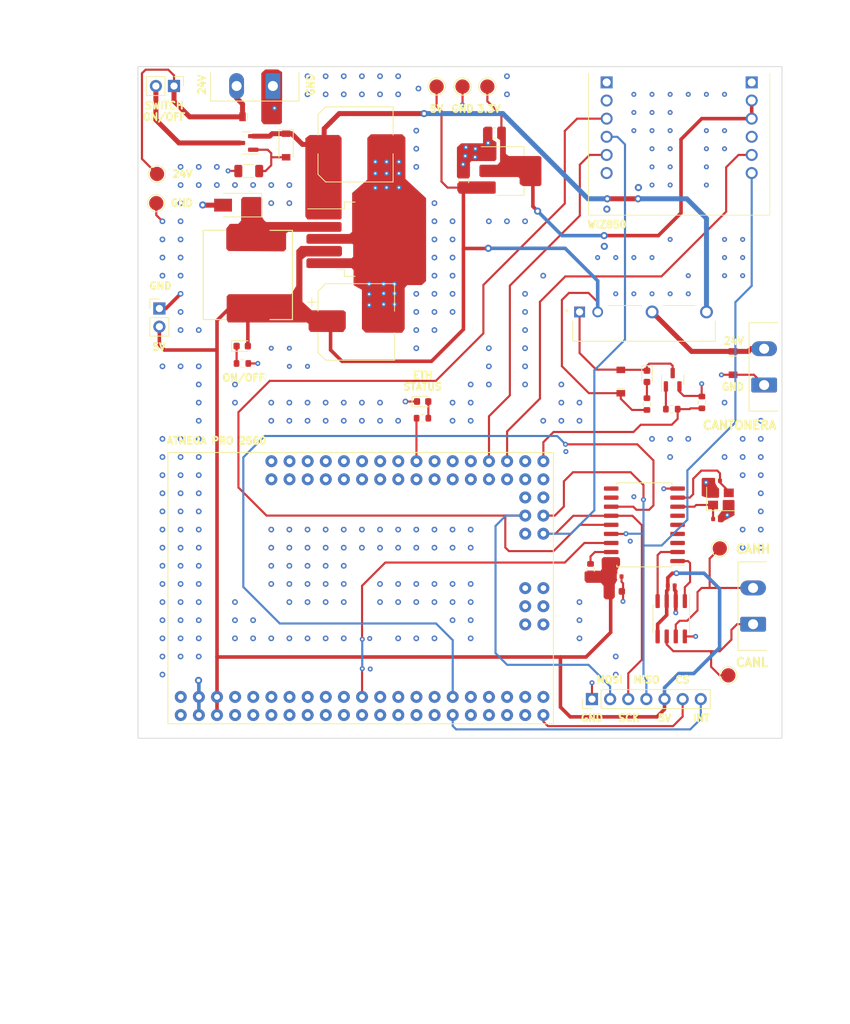
<source format=kicad_pcb>
(kicad_pcb (version 20211014) (generator pcbnew)
  (layers (0 "F.Cu" signal) (1 "In1.Cu" power) (2 "In2.Cu" power) (31 "B.Cu" signal) (34 "B.Paste" user) (35 "F.Paste" user) (36 "B.SilkS" user "B.Silkscreen") (37 "F.SilkS" user "F.Silkscreen") (38 "B.Mask" user) (39 "F.Mask" user) (44 "Edge.Cuts" user))
  (net 0 "")
  (net 1 "+24V")
  (net 2 "GND")
  (net 3 "+5V")
  (net 4 "+3V3")
  (net 5 "/CAN/OSC1")
  (net 6 "/CAN/OSC2")
  (net 7 "/POWER/V_INPUT")
  (net 8 "/POWER/V_INDUCTOR")
  (net 9 "Net-(D103-Pad1)")
  (net 10 "Net-(D200-Pad2)")
  (net 11 "Net-(D203-Pad2)")
  (net 12 "SPI_MOSI")
  (net 13 "SPI_SCK")
  (net 14 "ETH_CS")
  (net 17 "ETH_RST")
  (net 18 "SPI_MISO")
  (net 19 "Net-(J101-Pad2)")
  (net 20 "INT_EXT")
  (net 21 "CS_EXT")
  (net 22 "Net-(D101-Pad2)")
  (net 23 "Net-(Q200-Pad1)")
  (net 24 "LED_INT")
  (net 25 "/MCU/PRINCIPAL_DOOR")
  (net 26 "Net-(R300-Pad2)")
  (net 41 "INT_CAN")
  (net 42 "CS_CAN")
  (net 91 "/CAN/TX")
  (net 92 "/CAN/RX")
  (net 99 "/MCU/RELAY_24V")
  (net 100 "/MCU/COIL_1")
  (net 101 "/CAN/CANL")
  (net 102 "/CAN/CANH")
  (footprint "Connector_PinHeader_2.54mm:PinHeader_1x07_P2.54mm_Vertical" (layer "F.Cu") (at 192.2526 117.729 90)
    (fp_text reference "J300" hide)
    (fp_text value "MCP_EXTERNAL")
  )
  (footprint "Connector_Phoenix_MSTB:PhoenixContact_MSTBA_2,5_2-G-5,08_1x02_P5.08mm_Horizontal" (layer "F.Cu") (at 216.3704 73.7362 90)
    (fp_text reference "J200" hide)
    (fp_text value "DOOR_OUTPUT")
  )
  (footprint "Resistor_SMD:R_0603_1608Metric" (layer "F.Cu") (at 168.5036 78.3844)
    (fp_text reference "R200" hide)
    (fp_text value "1k")
  )
  (footprint "Diode_SMD:D_SMA" (layer "F.Cu") (at 142.5702 48.5394 180)
    (fp_text reference "D102" hide)
    (fp_text value "ss34")
  )
  (footprint "Connector_Phoenix_MSTB:PhoenixContact_MSTBA_2,5_2-G-5,08_1x02_P5.08mm_Horizontal" (layer "F.Cu") (at 147.5486 31.8516 180)
    (fp_text reference "J100" hide)
    (fp_text value "VCC INPUT")
  )
  (footprint "HF49_RELAY:RELAY_HF49FD_005-1H12T" (layer "F.Cu") (at 199.5424 65.1002)
    (fp_text reference "K200" hide)
    (fp_text value "HF49FD/005-1H12T")
  )
  (footprint "Package_SO:SOIC-18W_7.5x11.6mm_P1.27mm" (layer "F.Cu") (at 199.5932 93.3196 180)
    (fp_text reference "U300" hide)
    (fp_text value "MCP2515-xSO")
  )
  (footprint "Capacitor_SMD:C_Elec_10x10.2" (layer "F.Cu") (at 159.131 40.0304)
    (fp_text reference "C100" hide)
    (fp_text value "330u")
  )
  (footprint "MEGA-PRO:MODULE_MEGA_PRO_EMBED_CH340G___ATMEGA2560" (layer "F.Cu") (at 159.8422 102.1842)
    (fp_text reference "U200" hide)
    (fp_text value "MEGA_PRO_EMBED_CH340G_{slash}_ATMEGA2560")
  )
  (footprint "Crystal:Crystal_SMD_3225-4Pin_3.2x2.5mm" (layer "F.Cu") (at 210.312 89.6874)
    (fp_text reference "Y300" hide)
    (fp_text value "8MHz")
  )
  (footprint "Jose_:SOD_123FL" (layer "F.Cu") (at 212.0138 70.6628 -90)
    (fp_text reference "D201" hide)
    (fp_text value "SMF24A-TP")
  )
  (footprint "Capacitor_SMD:C_0402_1005Metric" (layer "F.Cu") (at 203.3524 101.8286)
    (fp_text reference "C304" hide)
    (fp_text value "100n")
  )
  (footprint "TestPoint:TestPoint_Pad_D2.0mm" (layer "F.Cu") (at 131.318 44.1706)
    (fp_text reference "TP100" hide)
    (fp_text value "TestPoint")
  )
  (footprint "TestPoint:TestPoint_Pad_D2.0mm" (layer "F.Cu") (at 131.2164 48.26)
    (fp_text reference "TP104" hide)
    (fp_text value "TestPoint")
  )
  (footprint "LED_SMD:LED_0603_1608Metric" (layer "F.Cu") (at 199.9488 72.517 -90)
    (fp_text reference "D203" hide)
    (fp_text value "LED_DOOR")
  )
  (footprint "Jose_:SOD_123FL" (layer "F.Cu") (at 144.9324 36.1696)
    (fp_text reference "D100" hide)
    (fp_text value "SMF24A-TP")
  )
  (footprint "Capacitor_SMD:CP_Elec_10x10.5" (layer "F.Cu") (at 159.2326 64.897)
    (fp_text reference "C101" hide)
    (fp_text value "220u")
  )
  (footprint "TestPoint:TestPoint_Pad_D2.0mm" (layer "F.Cu") (at 210.1596 96.6216)
    (fp_text reference "TP300" hide)
    (fp_text value "TestPoint")
  )
  (footprint "Package_TO_SOT_SMD:TO-263-5_TabPin3" (layer "F.Cu") (at 160.5178 53.3082)
    (fp_text reference "U100" hide)
    (fp_text value "LM2596S-5")
  )
  (footprint "Resistor_SMD:R_0603_1608Metric" (layer "F.Cu") (at 199.9488 76.4032 -90)
    (fp_text reference "R201" hide)
    (fp_text value "1k")
  )
  (footprint "Jose_:SMD_12.3X12.3mm" (layer "F.Cu") (at 144.0434 58.3184 -90)
    (fp_text reference "L100" hide)
    (fp_text value "68u" hide)
  )
  (footprint "MountingHole:MountingHole_3.2mm_M3" (layer "F.Cu") (at 132.842 75.692)
    (fp_text reference "H3" hide)
    (fp_text value "MountingHole")
  )
  (footprint "Package_TO_SOT_SMD:SOT-23" (layer "F.Cu") (at 143.8656 39.8272 180)
    (fp_text reference "Q100" hide)
    (fp_text value "WST4045")
  )
  (footprint "Resistor_SMD:R_0603_1608Metric" (layer "F.Cu") (at 192.0494 99.6188 90)
    (fp_text reference "R300" hide)
    (fp_text value "10K")
  )
  (footprint "Package_TO_SOT_SMD:SOT-23" (layer "F.Cu") (at 203.5556 72.9996 90)
    (fp_text reference "Q200" hide)
    (fp_text value "MMBT3904")
  )
  (footprint "Capacitor_SMD:C_0805_2012Metric" (layer "F.Cu") (at 174.244 45.1358 90)
    (fp_text reference "C102" hide)
    (fp_text value "10u")
  )
  (footprint "Connector_Phoenix_MSTB:PhoenixContact_MSTBA_2,5_2-G-5,08_1x02_P5.08mm_Horizontal" (layer "F.Cu") (at 214.821 107.2388 90)
    (fp_text reference "J301" hide)
    (fp_text value "CAN_INPUT")
  )
  (footprint "Resistor_SMD:R_0603_1608Metric" (layer "F.Cu") (at 143.2814 70.7136 180)
    (fp_text reference "R101" hide)
    (fp_text value "1k")
  )
  (footprint "Resistor_SMD:R_0603_1608Metric" (layer "F.Cu") (at 207.645 76.1746 -90)
    (fp_text reference "R203" hide)
    (fp_text value "10K")
  )
  (footprint "WIZ850:WIZ850IO" (layer "F.Cu") (at 204.1652 36.0934)
    (fp_text reference "H200" hide)
    (fp_text value "WIZ850IO")
  )
  (footprint "TestPoint:TestPoint_Pad_D2.0mm" (layer "F.Cu") (at 174.117 31.9278)
    (fp_text reference "TP103" hide)
    (fp_text value "TestPoint")
  )
  (footprint "Package_SO:SOIC-8_3.9x4.9mm_P1.27mm" (layer "F.Cu") (at 203.3524 106.4768 -90)
    (fp_text reference "U301" hide)
    (fp_text value "TJA1051T-3")
  )
  (footprint "Package_TO_SOT_SMD:SOT-223-3_TabPin2" (layer "F.Cu") (at 180.8226 43.7642)
    (fp_text reference "U101" hide)
    (fp_text value "AMS1117-3.3")
  )
  (footprint "Jose_:SOD_123FL" (layer "F.Cu") (at 196.2912 73.2536 90)
    (fp_text reference "D202" hide)
    (fp_text value "SM4007PL")
  )
  (footprint "MountingHole:MountingHole_3.2mm_M3" (layer "F.Cu") (at 185.3692 33.4772)
    (fp_text reference "H2" hide)
    (fp_text value "MountingHole")
  )
  (footprint "TestPoint:TestPoint_Pad_D2.0mm" (layer "F.Cu") (at 211.3534 114.4016)
    (fp_text reference "TP301" hide)
    (fp_text value "TestPoint")
  )
  (footprint "Connector_PinHeader_2.54mm:PinHeader_1x02_P2.54mm_Vertical" (layer "F.Cu") (at 133.7002 31.8516 -90)
    (fp_text reference "J101" hide)
    (fp_text value "SWITCH ON/OFF")
  )
  (footprint "LED_SMD:LED_0603_1608Metric" (layer "F.Cu") (at 168.529 76.0476)
    (fp_text reference "D200" hide)
    (fp_text value "LED")
  )
  (footprint "TestPoint:TestPoint_Pad_D2.0mm" (layer "F.Cu") (at 177.5968 31.9278)
    (fp_text reference "TP102" hide)
    (fp_text value "TestPoint")
  )
  (footprint "Capacitor_SMD:C_0402_1005Metric" (layer "F.Cu") (at 195.9128 100.5586)
    (fp_text reference "C301" hide)
    (fp_text value "100n")
  )
  (footprint "Diode_SMD:D_SOD-123" (layer "F.Cu") (at 149.4028 40.1828 -90)
    (fp_text reference "D101" hide)
    (fp_text value "MMSZ4697T1G")
  )
  (footprint "Resistor_SMD:R_1206_3216Metric" (layer "F.Cu") (at 144.1704 43.7642 180)
    (fp_text reference "R100" hide)
    (fp_text value "100K")
  )
  (footprint "Capacitor_SMD:C_0402_1005Metric" (layer "F.Cu") (at 209.7024 92.5068)
    (fp_text reference "C302" hide)
    (fp_text value "10p")
  )
  (footprint "Capacitor_SMD:C_0805_2012Metric" (layer "F.Cu") (at 178.6128 38.4556 180)
    (fp_text reference "C103" hide)
    (fp_text value "10u")
  )
  (footprint "Capacitor_SMD:C_0603_1608Metric" (layer "F.Cu") (at 195.6562 102.6414)
    (fp_text reference "C300" hide)
    (fp_text value "10uF/16V")
  )
  (footprint "Capacitor_SMD:C_0402_1005Metric" (layer "F.Cu") (at 209.7024 87.1474 180)
    (fp_text reference "C303" hide)
    (fp_text value "10p")
  )
  (footprint "TestPoint:TestPoint_Pad_D2.0mm" (layer "F.Cu") (at 170.4848 31.9278)
    (fp_text reference "TP101" hide)
    (fp_text value "TestPoint")
  )
  (footprint "LED_SMD:LED_0603_1608Metric" (layer "F.Cu") (at 143.256 68.2752)
    (fp_text reference "D103" hide)
    (fp_text value "GREEN")
  )
  (footprint "Resistor_SMD:R_0603_1608Metric" (layer "F.Cu") (at 203.4286 77.1144 180)
    (fp_text reference "R202" hide)
    (fp_text value "1K")
  )
  (footprint "MountingHole:MountingHole_3.2mm_M3" (layer "F.Cu") (at 215.0364 119.3546)
    (fp_text reference "H4" hide)
    (fp_text value "MountingHole")
  )
  (footprint "Connector_PinHeader_2.54mm:PinHeader_1x02_P2.54mm_Vertical" (layer "F.Cu") (at 131.6482 63.0174)
    (fp_text reference "J103" hide)
    (fp_text value "FAN VOLTAGE")
  )
  (gr_rect (start 128.651 29.1338) (end 218.8718 123.2154) (layer "Edge.Cuts") (width 0.1) (fill none))
  (gr_text "SCK" (at 197.4342 120.396) (layer "F.SilkS") (effects (font (size 1 1) (thickness 0.25))))
  (gr_text "MISO" (at 199.898 115.0112) (layer "F.SilkS") (effects (font (size 1 1) (thickness 0.25))))
  (gr_text "GND" (at 131.8006 59.8678) (layer "F.SilkS") (effects (font (size 1 1) (thickness 0.25))))
  (gr_text "GND" (at 152.8572 31.6738 90) (layer "F.SilkS") (effects (font (size 1 1) (thickness 0.25))))
  (gr_text "GND" (at 192.2526 120.396) (layer "F.SilkS") (effects (font (size 1 1) (thickness 0.25))))
  (gr_text "GND" (at 211.9884 73.9902) (layer "F.SilkS") (effects (font (size 1 1) (thickness 0.25))))
  (gr_text "CANL" (at 214.664943 112.5982) (layer "F.SilkS") (effects (font (size 1.2 1.2) (thickness 0.3))))
  (gr_text "GND" (at 134.7978 48.2346) (layer "F.SilkS") (effects (font (size 1 1) (thickness 0.25))))
  (gr_text "5V" (at 202.4126 120.396) (layer "F.SilkS") (effects (font (size 1 1) (thickness 0.25))))
  (gr_text "3.3V" (at 177.8 35.052) (layer "F.SilkS") (effects (font (size 1 1) (thickness 0.25))))
  (gr_text "5V\n" (at 170.4594 35.052) (layer "F.SilkS") (effects (font (size 1 1) (thickness 0.25))))
  (gr_text "5V" (at 131.572 68.4022) (layer "F.SilkS") (effects (font (size 1 1) (thickness 0.25))))
  (gr_text "SWITCH\nON/OFF" (at 132.334 35.3822) (layer "F.SilkS") (effects (font (size 1 1) (thickness 0.25))))
  (gr_text "ETH\nSTATUS" (at 168.529 73.1774) (layer "F.SilkS") (effects (font (size 1 1) (thickness 0.25))))
  (gr_text "ATMEGA PRO 2560" (at 139.6492 81.534) (layer "F.SilkS") (effects (font (size 1 1) (thickness 0.25))))
  (gr_text "WIZ850" (at 194.3608 51.2572) (layer "F.SilkS") (effects (font (size 1 1) (thickness 0.25))))
  (gr_text "24V" (at 212.1154 67.564) (layer "F.SilkS") (effects (font (size 1 1) (thickness 0.25))))
  (gr_text "GND" (at 174.117 35.052) (layer "F.SilkS") (effects (font (size 1 1) (thickness 0.25))))
  (gr_text "CANH" (at 214.8078 96.7232) (layer "F.SilkS") (effects (font (size 1.2 1.2) (thickness 0.3))))
  (gr_text "24V" (at 134.874 44.1706) (layer "F.SilkS") (effects (font (size 1 1) (thickness 0.25))))
  (gr_text "ON/OFF" (at 143.4592 72.7202) (layer "F.SilkS") (effects (font (size 1 1) (thickness 0.25))))
  (gr_text "CANTONERA" (at 212.9282 79.375) (layer "F.SilkS") (effects (font (size 1.2 1.2) (thickness 0.3))))
  (gr_text "CS" (at 204.9272 115.0112) (layer "F.SilkS") (effects (font (size 1 1) (thickness 0.25))))
  (gr_text "MOSI" (at 194.7164 115.0112) (layer "F.SilkS") (effects (font (size 1 1) (thickness 0.25))))
  (gr_text "INT" (at 207.5434 120.396) (layer "F.SilkS") (effects (font (size 1 1) (thickness 0.25))))
  (gr_text "24V\n" (at 137.6172 31.6738 90) (layer "F.SilkS") (effects (font (size 1 1) (thickness 0.25))))
  (segment (start 154.731 40.0304) (end 154.731 37.8264) (width 0.7) (layer "F.Cu") (net 1))
  (segment (start 149.4028 38.5328) (end 150.1912 38.5328) (width 0.7) (layer "F.Cu") (net 1))
  (segment (start 156.845 35.7124) (end 168.7322 35.7124) (width 0.7) (layer "F.Cu") (net 1))
  (segment (start 144.8031 38.8772) (end 147.1016 38.8772) (width 0.7) (layer "F.Cu") (net 1))
  (segment (start 147.1016 38.8772) (end 147.446 38.5328) (width 0.7) (layer "F.Cu") (net 1))
  (segment (start 150.1912 38.5328) (end 151.6888 40.0304) (width 0.7) (layer "F.Cu") (net 1))
  (segment (start 147.446 38.5328) (end 149.4028 38.5328) (width 0.7) (layer "F.Cu") (net 1))
  (segment (start 154.731 37.8264) (end 156.845 35.7124) (width 0.7) (layer "F.Cu") (net 1))
  (segment (start 151.6888 40.0304) (end 154.731 40.0304) (width 0.7) (layer "F.Cu") (net 1))
  (segment (start 198.7042 47.6504) (end 194.3862 47.6504) (width 0.7) (layer "F.Cu") (net 1))
  (via (at 198.7042 47.6504) (size 1) (drill 0.5) (layers "F.Cu" "B.Cu") (net 1))
  (via (at 168.7322 35.7124) (size 1) (drill 0.5) (layers "F.Cu" "B.Cu") (net 1))
  (via (at 194.3862 47.6504) (size 1) (drill 0.5) (layers "F.Cu" "B.Cu") (net 1))
  (segment (start 168.7322 35.7124) (end 179.7558 35.7124) (width 0.7) (layer "B.Cu") (net 1))
  (segment (start 179.7558 35.7124) (end 182.8292 38.7858) (width 0.7) (layer "B.Cu") (net 1))
  (segment (start 205.5368 47.6504) (end 208.2924 50.406) (width 0.7) (layer "B.Cu") (net 1))
  (segment (start 191.6938 47.6504) (end 194.3862 47.6504) (width 0.7) (layer "B.Cu") (net 1))
  (segment (start 198.7042 47.6504) (end 205.5368 47.6504) (width 0.7) (layer "B.Cu") (net 1))
  (segment (start 208.2924 50.406) (end 208.2924 63.5002) (width 0.7) (layer "B.Cu") (net 1))
  (segment (start 182.8292 38.7858) (end 191.6938 47.6504) (width 0.7) (layer "B.Cu") (net 1))
  (segment (start 141.2748 43.7388) (end 142.6825 43.7388) (width 0.3) (layer "F.Cu") (net 2))
  (segment (start 207.6196 73.5584) (end 207.6196 75.2367) (width 0.29337) (layer "F.Cu") (net 2))
  (segment (start 204.5056 74.6608) (end 205.1069 75.2621) (width 0.29337) (layer "F.Cu") (net 2))
  (segment (start 132.5626 63.0174) (end 134.62 60.96) (width 0.5) (layer "F.Cu") (net 2))
  (segment (start 196.3928 100.5586) (end 196.3928 101.2952) (width 0.29337) (layer "F.Cu") (net 2))
  (segment (start 204.2432 88.2396) (end 202.3364 88.2396) (width 0.29337) (layer "F.Cu") (net 2))
  (segment (start 131.2164 49.9364) (end 132.08 50.8) (width 0.3) (layer "F.Cu") (net 2))
  (segment (start 216.3704 73.7362) (end 214.932 72.2978) (width 0.29337) (layer "F.Cu") (net 2))
  (segment (start 207.6196 75.2367) (end 207.645 75.2621) (width 0.29337) (layer "F.Cu") (net 2))
  (segment (start 205.1069 75.2621) (end 207.645 75.2621) (width 0.29337) (layer "F.Cu") (net 2))
  (segment (start 196.6062 104.0282) (end 196.596 104.0384) (width 0.29337) (layer "F.Cu") (net 2))
  (segment (start 196.6062 102.6414) (end 196.6062 104.0282) (width 0.29337) (layer "F.Cu") (net 2))
  (segment (start 203.9874 102.616) (end 203.9874 104.0018) (width 0.5) (layer "F.Cu") (net 2))
  (segment (start 202.3364 88.2396) (end 202.311 88.265) (width 0.29337) (layer "F.Cu") (net 2))
  (segment (start 131.2164 48.26) (end 131.2164 49.9364) (width 0.3) (layer "F.Cu") (net 2))
  (segment (start 137.7442 48.5394) (end 137.7188 48.514) (width 0.7) (layer "F.Cu") (net 2))
  (segment (start 145.4404 70.7136) (end 144.1064 70.7136) (width 0.3) (layer "F.Cu") (net 2))
  (segment (start 174.117 34.4678) (end 174.0916 34.4932) (width 0.3) (layer "F.Cu") (net 2))
  (segment (start 206.7702 108.9518) (end 205.2574 108.9518) (width 0.3) (layer "F.Cu") (net 2))
  (segment (start 210.4042 72.2978) (end 210.3882 72.3138) (width 0.29337) (layer "F.Cu") (net 2))
  (segment (start 174.117 31.9278) (end 174.117 34.4678) (width 0.3) (layer "F.Cu") (net 2))
  (segment (start 140.5702 48.5394) (end 137.7442 48.5394) (width 0.7) (layer "F.Cu") (net 2))
  (segment (start 142.6825 43.7388) (end 142.7079 43.7642) (width 0.3) (layer "F.Cu") (net 2))
  (segment (start 204.5056 73.9371) (end 204.5056 74.6608) (width 0.29337) (layer "F.Cu") (net 2))
  (segment (start 203.8324 101.8286) (end 203.8324 102.461) (width 0.5) (layer "F.Cu") (net 2))
  (segment (start 196.6062 101.5086) (end 196.6062 102.6414) (width 0.29337) (layer "F.Cu") (net 2))
  (segment (start 167.7415 76.0476) (end 166.116 76.0476) (width 0.29337) (layer "F.Cu") (net 2))
  (segment (start 212.0138 72.2978) (end 210.4042 72.2978) (width 0.29337) (layer "F.Cu") (net 2))
  (segment (start 131.6482 63.0174) (end 132.5626 63.0174) (width 0.5) (layer "F.Cu") (net 2))
  (segment (start 203.8324 102.461) (end 203.9874 102.616) (width 0.5) (layer "F.Cu") (net 2))
  (segment (start 192.2526 115.443) (end 192.2526 117.729) (width 0.29337) (layer "F.Cu") (net 2))
  (segment (start 196.3928 101.2952) (end 196.6062 101.5086) (width 0.29337) (layer "F.Cu") (net 2))
  (segment (start 203.9874 104.0018) (end 203.9874 105.6386) (width 0.5) (layer "F.Cu") (net 2))
  (segment (start 214.932 72.2978) (end 212.0138 72.2978) (width 0.29337) (layer "F.Cu") (net 2))
  (via (at 215.9 91.44) (size 0.8) (drill 0.4) (layers "F.Cu" "B.Cu") (net 2))
  (via (at 182.88 68.58) (size 0.8) (drill 0.4) (layers "F.Cu" "B.Cu") (net 2))
  (via (at 149.86 93.98) (size 0.8) (drill 0.4) (layers "F.Cu" "B.Cu") (net 2))
  (via (at 134.62 55.88) (size 0.8) (drill 0.4) (layers "F.Cu" "B.Cu") (net 2))
  (via (at 137.16 66.04) (size 0.8) (drill 0.4) (layers "F.Cu" "B.Cu") (net 2))
  (via (at 165.1 109.22) (size 0.8) (drill 0.4) (layers "F.Cu" "B.Cu") (net 2))
  (via (at 157.48 93.98) (size 0.8) (drill 0.4) (layers "F.Cu" "B.Cu") (net 2))
  (via (at 160.02 78.74) (size 0.8) (drill 0.4) (layers "F.Cu" "B.Cu") (net 2))
  (via (at 196.596 104.0384) (size 0.7) (drill 0.3) (layers "F.Cu" "B.Cu") (net 2))
  (via (at 213.36 96.52) (size 0.8) (drill 0.4) (layers "F.Cu" "B.Cu") (net 2))
  (via (at 157.48 78.74) (size 0.8) (drill 0.4) (layers "F.Cu" "B.Cu") (net 2))
  (via (at 167.64 40.64) (size 0.8) (drill 0.4) (layers "F.Cu" "B.Cu") (net 2))
  (via (at 200.66 60.96) (size 0.7) (drill 0.3) (layers "F.Cu" "B.Cu") (net 2))
  (via (at 208.28 43.18) (size 0.7) (drill 0.3) (layers "F.Cu" "B.Cu") (net 2))
  (via (at 147.32 109.22) (size 0.8) (drill 0.4) (layers "F.Cu" "B.Cu") (net 2))
  (via (at 147.32 99.06) (size 0.8) (drill 0.4) (layers "F.Cu" "B.Cu") (net 2))
  (via (at 203.2 83.82) (size 0.8) (drill 0.4) (layers "F.Cu" "B.Cu") (net 2))
  (via (at 154.94 96.52) (size 0.8) (drill 0.4) (layers "F.Cu" "B.Cu") (net 2))
  (via (at 132.08 101.6) (size 0.8) (drill 0.4) (layers "F.Cu" "B.Cu") (net 2))
  (via (at 182.88 73.66) (size 0.8) (drill 0.4) (layers "F.Cu" "B.Cu") (net 2))
  (via (at 215.9 93.98) (size 0.8) (drill 0.4) (layers "F.Cu" "B.Cu") (net 2))
  (via (at 193.04 55.88) (size 0.7) (drill 0.3) (layers "F.Cu" "B.Cu") (net 2))
  (via (at 137.16 111.76) (size 0.8) (drill 0.4) (layers "F.Cu" "B.Cu") (net 2))
  (via (at 162.56 104.14) (size 0.8) (drill 0.4) (layers "F.Cu" "B.Cu") (net 2))
  (via (at 163.068 60.9092) (size 0.7) (drill 0.3) (layers "F.Cu" "B.Cu") (net 2))
  (via (at 213.36 93.98) (size 0.8) (drill 0.4) (layers "F.Cu" "B.Cu") (net 2))
  (via (at 170.18 101.6) (size 0.8) (drill 0.4) (layers "F.Cu" "B.Cu") (net 2))
  (via (at 215.9 83.82) (size 0.8) (drill 0.4) (layers "F.Cu" "B.Cu") (net 2))
  (via (at 167.64 43.18) (size 0.8) (drill 0.4) (layers "F.Cu" "B.Cu") (net 2))
  (via (at 157.48 99.06) (size 0.8) (drill 0.4) (layers "F.Cu" "B.Cu") (net 2))
  (via (at 187.96 76.2) (size 0.8) (drill 0.4) (layers "F.Cu" "B.Cu") (net 2))
  (via (at 147.32 45.72) (size 0.8) (drill 0.4) (layers "F.Cu" "B.Cu") (net 2))
  (via (at 162.56 33.02) (size 0.8) (drill 0.4) (layers "F.Cu" "B.Cu") (net 2))
  (via (at 132.08 104.14) (size 0.8) (drill 0.4) (layers "F.Cu" "B.Cu") (net 2))
  (via (at 147.32 48.26) (size 0.8) (drill 0.4) (layers "F.Cu" "B.Cu") (net 2))
  (via (at 200.66 38.1) (size 0.7) (drill 0.3) (layers "F.Cu" "B.Cu") (net 2))
  (via (at 203.9874 105.6386) (size 0.7) (drill 0.3) (layers "F.Cu" "B.Cu") (net 2))
  (via (at 172.72 53.34) (size 0.8) (drill 0.4) (layers "F.Cu" "B.Cu") (net 2))
  (via (at 154.94 30.48) (size 0.8) (drill 0.4) (layers "F.Cu" "B.Cu") (net 2))
  (via (at 170.18 48.26) (size 0.8) (drill 0.4) (layers "F.Cu" "B.Cu") (net 2))
  (via (at 161.036 61.0108) (size 0.7) (drill 0.3) (layers "F.Cu" "B.Cu") (net 2))
  (via (at 137.1346 115.1128) (size 1) (drill 0.5) (layers "F.Cu" "B.Cu") (net 2))
  (via (at 132.08 96.52) (size 0.8) (drill 0.4) (layers "F.Cu" "B.Cu") (net 2))
  (via (at 134.62 104.14) (size 0.8) (drill 0.4) (layers "F.Cu" "B.Cu") (net 2))
  (via (at 132.08 81.28) (size 0.8) (drill 0.4) (layers "F.Cu" "B.Cu") (net 2))
  (via (at 157.48 101.6) (size 0.8) (drill 0.4) (layers "F.Cu" "B.Cu") (net 2))
  (via (at 154.94 109.22) (size 0.8) (drill 0.4) (layers "F.Cu" "B.Cu") (net 2))
  (via (at 203.2 60.96) (size 0.7) (drill 0.3) (layers "F.Cu" "B.Cu") (net 2))
  (via (at 162.56 101.6) (size 0.8) (drill 0.4) (layers "F.Cu" "B.Cu") (net 2))
  (via (at 132.08 50.8) (size 0.8) (drill 0.4) (layers "F.Cu" "B.Cu") (net 2))
  (via (at 172.72 101.6) (size 0.8) (drill 0.4) (layers "F.Cu" "B.Cu") (net 2))
  (via (at 170.18 53.34) (size 0.8) (drill 0.4) (layers "F.Cu" "B.Cu") (net 2))
  (via (at 174.5996 40.4368) (size 0.7) (drill 0.3) (layers "F.Cu" "B.Cu") (net 2))
  (via (at 167.64 93.98) (size 0.8) (drill 0.4) (layers "F.Cu" "B.Cu") (net 2))
  (via (at 161.8996 44.0944) (size 0.7) (drill 0.3) (layers "F.Cu" "B.Cu") (net 2))
  (via (at 182.88 66.04) (size 0.8) (drill 0.4) (layers "F.Cu" "B.Cu") (net 2))
  (via (at 132.08 99.06) (size 0.8) (drill 0.4) (layers "F.Cu" "B.Cu") (net 2))
  (via (at 203.2 35.56) (size 0.7) (drill 0.3) (layers "F.Cu" "B.Cu") (net 2))
  (via (at 157.48 104.14) (size 0.8) (drill 0.4) (layers "F.Cu" "B.Cu") (net 2))
  (via (at 134.62 45.72) (size 0.8) (drill 0.4) (layers "F.Cu" "B.Cu") (net 2))
  (via (at 193.9798 54.3052) (size 1) (drill 0.5) (layers "F.Cu" "B.Cu") (net 2))
  (via (at 165.1 30.48) (size 0.8) (drill 0.4) (layers "F.Cu" "B.Cu") (net 2))
  (via (at 134.62 86.36) (size 0.8) (drill 0.4) (layers "F.Cu" "B.Cu") (net 2))
  (via (at 190.5 104.14) (size 0.8) (drill 0.4) (layers "F.Cu" "B.Cu") (net 2))
  (via (at 198.755 46.0756) (size 1) (drill 0.5) (layers "F.Cu" "B.Cu") (net 2))
  (via (at 157.48 109.22) (size 0.8) (drill 0.4) (layers "F.Cu" "B.Cu") (net 2))
  (via (at 190.5 76.2) (size 0.8) (drill 0.4) (layers "F.Cu" "B.Cu") (net 2))
  (via (at 192.2526 115.443) (size 0.7) (drill 0.3) (layers "F.Cu" "B.Cu") (net 2))
  (via (at 200.66 35.56) (size 0.7) (drill 0.3) (layers "F.Cu" "B.Cu") (net 2))
  (via (at 182.88 60.96) (size 0.8) (drill 0.4) (layers "F.Cu" "B.Cu") (net 2))
  (via (at 139.7 45.72) (size 0.8) (drill 0.4) (layers "F.Cu" "B.Cu") (net 2))
  (via (at 203.2 81.28) (size 0.8) (drill 0.4) (layers "F.Cu" "B.Cu") (net 2))
  (via (at 205.74 60.96) (size 0.7) (drill 0.3) (layers "F.Cu" "B.Cu") (net 2))
  (via (at 167.64 68.58) (size 0.8) (drill 0.4) (layers "F.Cu" "B.Cu") (net 2))
  (via (at 174.0916 34.4932) (size 0.7) (drill 0.3) (layers "F.Cu" "B.Cu") (net 2))
  (via (at 175.26 93.98) (size 0.8) (drill 0.4) (layers "F.Cu" "B.Cu") (net 2))
  (via (at 167.64 101.6) (size 0.8) (drill 0.4) (layers "F.Cu" "B.Cu") (net 2))
  (via (at 141.2748 43.7388) (size 0.7) (drill 0.3) (layers "F.Cu" "B.Cu") (net 2))
  (via (at 134.62 60.96) (size 0.8) (drill 0.4) (layers "F.Cu" "B.Cu") (net 2))
  (via (at 213.36 81.28) (size 0.8) (drill 0.4) (layers "F.Cu" "B.Cu") (net 2))
  (via (at 144.78 106.68) (size 0.8) (drill 0.4) (layers "F.Cu" "B.Cu") (net 2))
  (via (at 149.86 101.6) (size 0.8) (drill 0.4) (layers "F.Cu" "B.Cu") (net 2))
  (via (at 182.88 71.12) (size 0.8) (drill 0.4) (layers "F.Cu" "B.Cu") (net 2))
  (via (at 208.28 38.1) (size 0.7) (drill 0.3) (layers "F.Cu" "B.Cu") (net 2))
  (via (at 177.8 71.12) (size 0.8) (drill 0.4) (layers "F.Cu" "B.Cu") (net 2))
  (via (at 170.18 63.5) (size 0.8) (drill 0.4) (layers "F.Cu" "B.Cu") (net 2))
  (via (at 132.08 71.12) (size 0.8) (drill 0.4) (layers "F.Cu" "B.Cu") (net 2))
  (via (at 164.592 62.4332) (size 0.7) (drill 0.3) (layers "F.Cu" "B.Cu") (net 2))
  (via (at 200.66 45.72) (size 0.7) (drill 0.3) (layers "F.Cu" "B.Cu") (net 2))
  (via (at 152.4 30.48) (size 0.8) (drill 0.4) (layers "F.Cu" "B.Cu") (net 2))
  (via (at 162.56 93.98) (size 0.8) (drill 0.4) (layers "F.Cu" "B.Cu") (net 2))
  (via (at 174.498 41.656) (size 0.7) (drill 0.3) (layers "F.Cu" "B.Cu") (net 2))
  (via (at 149.86 99.06) (size 0.8) (drill 0.4) (layers "F.Cu" "B.Cu") (net 2))
  (via (at 167.9448 32.2072) (size 0.8) (drill 0.4) (layers "F.Cu" "B.Cu") (net 2))
  (via (at 200.66 33.02) (size 0.7) (drill 0.3) (layers "F.Cu" "B.Cu") (net 2))
  (via (at 132.08 111.76) (size 0.8) (drill 0.4) (layers "F.Cu" "B.Cu") (net 2))
  (via (at 142.24 76.2) (size 0.8) (drill 0.4) (layers "F.Cu" "B.Cu") (net 2))
  (via (at 160.02 33.02) (size 0.8) (drill 0.4) (layers "F.Cu" "B.Cu") (net 2))
  (via (at 208.28 33.02) (size 0.7) (drill 0.3) (layers "F.Cu" "B.Cu") (net 2))
  (via (at 207.6196 73.5584) (size 0.7) (drill 0.3) (layers "F.Cu" "B.Cu") (net 2))
  (via (at 211.201 91.948) (size 0.7) (drill 0.3) (layers "F.Cu" "B.Cu") (net 2))
  (via (at 164.592 59.5884) (size 0.7) (drill 0.3) (layers "F.Cu" "B.Cu") (net 2))
  (via (at 210.82 58.42) (size 0.7) (drill 0.3) (layers "F.Cu" "B.Cu") (net 2))
  (via (at 137.16 81.28) (size 0.8) (drill 0.4) (layers "F.Cu" "B.Cu") (net 2))
  (via (at 147.32 78.74) (size 0.8) (drill 0.4) (layers "F.Cu" "B.Cu") (net 2))
  (via (at 177.8 73.66) (size 0.8) (drill 0.4) (layers "F.Cu" "B.Cu") (net 2))
  (via (at 142.24 73.66) (size 0.8) (drill 0.4) (layers "F.Cu" "B.Cu") (net 2))
  (via (at 147.32 68.58) (size 0.7) (drill 0.3) (layers "F.Cu" "B.Cu") (net 2))
  (via (at 142.24 45.72) (size 0.8) (drill 0.4) (layers "F.Cu" "B.Cu") (net 2))
  (via (at 154.94 99.06) (size 0.8) (drill 0.4) (layers "F.Cu" "B.Cu") (net 2))
  (via (at 167.64 104.14) (size 0.8) (drill 0.4) (layers "F.Cu" "B.Cu") (net 2))
  (via (at 213.36 86.36) (size 0.8) (drill 0.4) (layers "F.Cu" "B.Cu") (net 2))
  (via (at 177.8 68.58) (size 0.8) (drill 0.4) (layers "F.Cu" "B.Cu") (net 2))
  (via (at 172.72 55.88) (size 0.8) (drill 0.4) (layers "F.Cu" "B.Cu") (net 2))
  (via (at 162.56 76.2) (size 0.8) (drill 0.4) (layers "F.Cu" "B.Cu") (net 2))
  (via (at 134.62 83.82) (size 0.8) (drill 0.4) (layers "F.Cu" "B.Cu") (net 2))
  (via (at 134.62 58.42) (size 0.8) (drill 0.4) (layers "F.Cu" "B.Cu") (net 2))
  (via (at 187.96 73.66) (size 0.8) (drill 0.4) (layers "F.Cu" "B.Cu") (net 2))
  (via (at 167.64 96.52) (size 0.8) (drill 0.4) (layers "F.Cu" "B.Cu") (net 2))
  (via (at 210.82 38.1) (size 0.7) (drill 0.3) (layers "F.Cu" "B.Cu") (net 2))
  (via (at 132.08 93.98) (size 0.8) (drill 0.4) (layers "F.Cu" "B.Cu") (net 2))
  (via (at 137.16 88.9) (size 0.8) (drill 0.4) (layers "F.Cu" "B.Cu") (net 2))
  (via (at 197.612 95.6056) (size 0.7) (drill 0.3) (layers "F.Cu" "B.Cu") (net 2))
  (via (at 149.86 96.52) (size 0.8) (drill 0.4) (layers "F.Cu" "B.Cu") (net 2))
  (via (at 208.2292 87.376) (size 0.7) (drill 0.3) (layers "F.Cu" "B.Cu") (net 2))
  (via (at 175.8696 41.8084) (size 0.7) (drill 0.3) (layers "F.Cu" "B.Cu") (net 2))
  (via (at 152.4 99.06) (size 0.8) (drill 0.4) (layers "F.Cu" "B.Cu") (net 2))
  (via (at 149.86 76.2) (size 0.8) (drill 0.4) (layers "F.Cu" "B.Cu") (net 2))
  (via (at 172.72 50.8) (size 0.8) (drill 0.4) (layers "F.Cu" "B.Cu") (net 2))
  (via (at 137.16 83.82) (size 0.8) (drill 0.4) (layers "F.Cu" "B.Cu") (net 2))
  (via (at 157.48 76.2) (size 0.8) (drill 0.4) (layers "F.Cu" "B.Cu") (net 2))
  (via (at 134.62 43.18) (size 0.8) (drill 0.4) (layers "F.Cu" "B.Cu") (net 2))
  (via (at 154.94 76.2) (size 0.8) (drill 0.4) (layers "F.Cu" "B.Cu") (net 2))
  (via (at 200.66 40.64) (size 0.7) (drill 0.3) (layers "F.Cu" "B.Cu") (net 2))
  (via (at 132.08 86.36) (size 0.8) (drill 0.4) (layers "F.Cu" "B.Cu") (net 2))
  (via (at 172.72 63.5) (size 0.8) (drill 0.4) (layers "F.Cu" "B.Cu") (net 2))
  (via (at 165.2016 42.4688) (size 0.7) (drill 0.3) (layers "F.Cu" "B.Cu") (net 2))
  (via (at 152.4 93.98) (size 0.8) (drill 0.4) (layers "F.Cu" "B.Cu") (net 2))
  (via (at 175.26 106.68) (size 0.8) (drill 0.4) (layers "F.Cu" "B.Cu") (net 2))
  (via (at 182.88 63.5) (size 0.8) (drill 0.4) (layers "F.Cu" "B.Cu") (net 2))
  (via (at 213.36 55.88) (size 0.7) (drill 0.3) (layers "F.Cu" "B.Cu") (net 2))
  (via (at 170.18 50.8) (size 0.8) (drill 0.4) (layers "F.Cu" "B.Cu") (net 2))
  (via (at 170.18 109.22) (size 0.8) (drill 0.4) (layers "F.Cu" "B.Cu") (net 2))
  (via (at 162.56 30.48) (size 0.8) (drill 0.4) (layers "F.Cu" "B.Cu") (net 2))
  (via (at 132.08 91.44) (size 0.8) (drill 0.4) (layers "F.Cu" "B.Cu") (net 2))
  (via (at 134.62 66.04) (size 0.8) (drill 0.4) (layers "F.Cu" "B.Cu") (net 2))
  (via (at 154.94 93.98) (size 0.8) (drill 0.4) (layers "F.Cu" "B.Cu") (net 2))
  (via (at 203.2 45.72) (size 0.7) (drill 0.3) (layers "F.Cu" "B.Cu") (net 2))
  (via (at 167.64 66.04) (size 0.8) (drill 0.4) (layers "F.Cu" "B.Cu") (net 2))
  (via (at 134.62 48.26) (size 0.8) (drill 0.4) (layers "F.Cu" "B.Cu") (net 2))
  (via (at 175.26 78.74) (size 0.8) (drill 0.4) (layers "F.Cu" "B.Cu") (net 2))
  (via (at 213.36 58.42) (size 0.7) (drill 0.3) (layers "F.Cu" "B.Cu") (net 2))
  (via (at 161.8996 42.4688) (size 0.7) (drill 0.3) (layers "F.Cu" "B.Cu") (net 2))
  (via (at 162.56 78.74) (size 0.8) (drill 0.4) (layers "F.Cu" "B.Cu") (net 2))
  (via (at 163.4744 46.0756) (size 0.7) (drill 0.3) (layers "F.Cu" "B.Cu") (net 2))
  (via (at 137.16 73.66) (size 0.8) (drill 0.4) (layers "F.Cu" "B.Cu") (net 2))
  (via (at 195.58 60.96) (size 0.7) (drill 0.3) (layers "F.Cu" "B.Cu") (net 2))
  (via (at 175.26 73.66) (size 0.8) (drill 0.4) (layers "F.Cu" "B.Cu") (net 2))
  (via (at 137.16 76.2) (size 0.8) (drill 0.4) (layers "F.Cu" "B.Cu") (net 2))
  (via (at 147.32 96.52) (size 0.8) (drill 0.4) (layers "F.Cu" "B.Cu") (net 2))
  (via (at 134.62 53.34) (size 0.8) (drill 0.4) (layers "F.Cu" "B.Cu") (net 2))
  (via (at 134.62 91.44) (size 0.8) (drill 0.4) (layers "F.Cu" "B.Cu") (net 2))
  (via (at 165.1 78.74) (size 0.8) (drill 0.4) (layers "F.Cu" "B.Cu") (net 2))
  (via (at 152.4 76.2) (size 0.8) (drill 0.4) (layers "F.Cu" "B.Cu") (net 2))
  (via (at 154.94 78.74) (size 0.8) (drill 0.4) (layers "F.Cu" "B.Cu") (net 2))
  (via (at 137.16 93.98) (size 0.8) (drill 0.4) (layers "F.Cu" "B.Cu") (net 2))
  (via (at 152.4 96.52) (size 0.8) (drill 0.4) (layers "F.Cu" "B.Cu") (net 2))
  (via (at 137.16 109.22) (size 0.8) (drill 0.4) (layers "F.Cu" "B.Cu") (net 2))
  (via (at 154.94 104.14) (size 0.8) (drill 0.4) (layers "F.Cu" "B.Cu") (net 2))
  (via (at 165.1 33.02) (size 0.8) (drill 0.4) (layers "F.Cu" "B.Cu") (net 2))
  (via (at 175.9204 40.64) (size 0.7) (drill 0.3) (layers "F.Cu" "B.Cu") (net 2))
  (via (at 172.72 106.68) (size 0.8) (drill 0.4) (layers "F.Cu" "B.Cu") (net 2))
  (via (at 134.62 93.98) (size 0.8) (drill 0.4) (layers "F.Cu" "B.Cu") (net 2))
  (via (at 203.2 38.1) (size 0.7) (drill 0.3) (layers "F.Cu" "B.Cu") (net 2))
  (via (at 208.28 45.72) (size 0.7) (drill 0.3) (layers "F.Cu" "B.Cu") (net 2))
  (via (at 188.595 83.058) (size 0.7) (drill 0.3) (layers "F.Cu" "B.Cu") (net 2))
  (via (at 210.82 40.64) (size 0.7) (drill 0.3) (layers "F.Cu" "B.Cu") (net 2))
  (via (at 137.16 45.72) (size 0.8) (drill 0.4) (layers "F.Cu" "B.Cu") (net 2))
  (via (at 132.08 55.88) (size 0.8) (drill 0.4) (layers "F.Cu" "B.Cu") (net 2))
  (via (at 200.66 43.18) (size 0.7) (drill 0.3) (layers "F.Cu" "B.Cu") (net 2))
  (via (at 167.64 60.96) (size 0.8) (drill 0.4) (layers "F.Cu" "B.Cu") (net 2))
  (via (at 203.2 40.64) (size 0.7) (drill 0.3) (layers "F.Cu" "B.Cu") (net 2))
  (via (at 210.82 83.82) (size 0.8) (drill 0.4) (layers "F.Cu" "B.Cu") (net 2))
  (via (at 187.96 78.74) (size 0.8) (drill 0.4) (layers "F.Cu" "B.Cu") (net 2))
  (via (at 132.08 114.3) (size 0.8) (drill 0.4) (layers "F.Cu" "B.Cu") (net 2))
  (via (at 205.74 58.42) (size 0.7) (drill 0.3) (layers "F.Cu" "B.Cu") (net 2))
  (via (at 215.9 81.28) (size 0.8) (drill 0.4) (layers "F.Cu" "B.Cu") (net 2))
  (via (at 144.78 45.72) (size 0.8) (drill 0.4) (layers "F.Cu" "B.Cu") (net 2))
  (via (at 170.18 93.98) (size 0.8) (drill 0.4) (layers "F.Cu" "B.Cu") (net 2))
  (via (at 170.18 60.96) (size 0.8) (drill 0.4) (layers "F.Cu" "B.Cu") (net 2))
  (via (at 172.72 93.98) (size 0.8) (drill 0.4) (layers "F.Cu" "B.Cu") (net 2))
  (via (at 198.12 38.1) (size 0.7) (drill 0.3) (layers "F.Cu" "B.Cu") (net 2))
  (via (at 172.72 58.42) (size 0.8) (drill 0.4) (layers "F.Cu" "B.Cu") (net 2))
  (via (at 149.86 68.58) (size 0.7) (drill 0.3) (layers "F.Cu" "B.Cu") (net 2))
  (via (at 132.08 58.42) (size 0.8) (drill 0.4) (layers "F.Cu" "B.Cu") (net 2))
  (via (at 134.62 109.22) (size 0.8) (drill 0.4) (layers "F.Cu" "B.Cu") (net 2))
  (via (at 195.58 114.3) (size 0.8) (drill 0.4) (layers "F.Cu" "B.Cu") (net 2))
  (via (at 208.28 40.64) (size 0.7) (drill 0.3) (layers "F.Cu" "B.Cu") (net 2))
  (via (at 210.82 33.02) (size 0.7) (drill 0.3) (layers "F.Cu" "B.Cu") (net 2))
  (via (at 194.3354 49.0982) (size 1) (drill 0.5) (layers "F.Cu" "B.Cu") (net 2))
  (via (at 163.068 59.5884) (size 0.7) (drill 0.3) (layers "F.Cu" "B.Cu") (net 2))
  (via (at 170.18 96.52) (size 0.8) (drill 0.4) (layers "F.Cu" "B.Cu") (net 2))
  (via (at 164.592 60.9092) (size 0.7) (drill 0.3) (layers "F.Cu" "B.Cu") (net 2))
  (via (at 200.66 55.88) (size 0.7) (drill 0.3) (layers "F.Cu" "B.Cu") (net 2))
  (via (at 149.86 104.14) (size 0.8) (drill 0.4) (layers "F.Cu" "B.Cu") (net 2))
  (via (at 139.7 43.18) (size 0.8) (drill 0.4) (layers "F.Cu" "B.Cu") (net 2))
  (via (at 132.08 83.82) (size 0.8) (drill 0.4) (layers "F.Cu" "B.Cu") (net 2))
  (via (at 198.12 55.88) (size 0.7) (drill 0.3) (layers "F.Cu" "B.Cu") (net 2))
  (via (at 195.58 111.76) (size 0.8) (drill 0.4) (layers "F.Cu" "B.Cu") (net 2))
  (via (at 213.36 53.34) (size 0.7) (drill 0.3) (layers "F.Cu" "B.Cu") (net 2))
  (via (at 180.34 33.02) (size 0.8) (drill 0.4) (layers "F.Cu" "B.Cu") (net 2))
  (via (at 157.48 30.48) (size 0.8) (drill 0.4) (layers "F.Cu" "B.Cu") (net 2))
  (via (at 147.32 101.6) (size 0.8) (drill 0.4) (layers "F.Cu" "B.Cu") (net 2))
  (via (at 185.42 78.74) (size 0.8) (drill 0.4) (layers "F.Cu" "B.Cu") (net 2))
  (via (at 198.12 60.96) (size 0.7) (drill 0.3) (layers "F.Cu" "B.Cu") (net 2))
  (via (at 134.62 50.8) (size 0.8) (drill 0.4) (layers "F.Cu" "B.Cu") (net 2))
  (via (at 154.94 33.02) (size 0.8) (drill 0.4) (layers "F.Cu" "B.Cu") (net 2))
  (via (at 215.9 86.36) (size 0.8) (drill 0.4) (layers "F.Cu" "B.Cu") (net 2))
  (via (at 137.16 101.6) (size 0.8) (drill 0.4) (layers "F.Cu" "B.Cu") (net 2))
  (via (at 161.036 62.5348) (size 0.7) (drill 0.3) (layers "F.Cu" "B.Cu") (net 2))
  (via (at 147.32 76.2) (size 0.8) (drill 0.4) (layers "F.Cu" "B.Cu") (net 2))
  (via (at 160.02 76.2) (size 0.8) (drill 0.4) (layers "F.Cu" "B.Cu") (net 2))
  (via (at 167.64 109.22) (size 0.8) (drill 0.4) (layers "F.Cu" "B.Cu") (net 2))
  (via (at 175.26 104.14) (size 0.8) (drill 0.4) (layers "F.Cu" "B.Cu") (net 2))
  (via (at 182.88 50.8) (size 0.8) (drill 0.4) (layers "F.Cu" "B.Cu") (net 2))
  (via (at 134.62 88.9) (size 0.8) (drill 0.4) (layers "F.Cu" "B.Cu") (net 2))
  (via (at 149.86 78.74) (size 0.8) (drill 0.4) (layers "F.Cu" "B.Cu") (net 2))
  (via (at 132.08 53.34) (size 0.8) (drill 0.4) (layers "F.Cu" "B.Cu") (net 2))
  (via (at 137.16 96.52) (size 0.8) (drill 0.4) (layers "F.Cu" "B.Cu") (net 2))
  (via (at 177.6984 39.8272) (size 0.7) (drill 0.3) (layers "F.Cu" "B.Cu") (net 2))
  (via (at 149.86 45.72) (size 0.8) (drill 0.4) (layers "F.Cu" "B.Cu") (net 2))
  (via (at 152.4 71.12) (size 0.7) (drill 0.3) (layers "F.Cu" "B.Cu") (net 2))
  (via (at 137.16 104.14) (size 0.8) (drill 0.4) (layers "F.Cu" "B.Cu") (net 2))
  (via (at 149.86 71.12) (size 0.7) (drill 0.3) (layers "F.Cu" "B.Cu") (net 2))
  (via (at 160.02 93.98) (size 0.8) (drill 0.4) (layers "F.Cu" "B.Cu") (net 2))
  (via (at 165.1 93.98) (size 0.8) (drill 0.4) (layers "F.Cu" "B.Cu") (net 2))
  (via (at 132.08 88.9) (size 0.8) (drill 0.4) (layers "F.Cu" "B.Cu") (net 2))
  (via (at 174.1932 42.8244) (size 0.7) (drill 0.3) (layers "F.Cu" "B.Cu") (net 2))
  (via (at 177.8 50.8) (size 0.8) (drill 0.4) (layers "F.Cu" "B.Cu") (net 2))
  (via (at 198.12 89.3826) (size 0.7) (drill 0.3) (layers "F.Cu" "B.Cu") (net 2))
  (via (at 205.74 33.02) (size 0.7) (drill 0.3) (layers "F.Cu" "B.Cu") (net 2))
  (via (at 144.78 109.22) (size 0.8) (drill 0.4) (layers "F.Cu" "B.Cu") (net 2))
  (via (at 185.42 58.42) (size 0.8) (drill 0.4) (layers "F.Cu" "B.Cu") (net 2))
  (via (at 152.4 104.14) (size 0.8) (drill 0.4) (layers "F.Cu" "B.Cu") (net 2))
  (via (at 172.72 60.96) (size 0.8) (drill 0.4) (layers "F.Cu" "B.Cu") (net 2))
  (via (at 203.2 53.34) (size 0.7) (drill 0.3) (layers "F.Cu" "B.Cu") (net 2))
  (via (at 175.26 96.52) (size 0.8) (drill 0.4) (layers "F.Cu" "B.Cu") (net 2))
  (via (at 180.34 50.8) (size 0.8) (drill 0.4) (layers "F.Cu" "B.Cu") (net 2))
  (via (at 163.4744 44.0944) (size 0.7) (drill 0.3) (layers "F.Cu" "B.Cu") (net 2))
  (via (at 163.4744 42.4688) (size 0.7) (drill 0.3) (layers "F.Cu" "B.Cu") (net 2))
  (via (at 142.24 104.14) (size 0.8) (drill 0.4) (layers "F.Cu" "B.Cu") (net 2))
  (via (at 137.16 78.74) (size 0.8) (drill 0.4) (layers "F.Cu" "B.Cu") (net 2))
  (via (at 147.32 93.98) (size 0.8) (drill 0.4) (layers "F.Cu" "B.Cu") (net 2))
  (via (at 166.116 76.0476) (size 0.8) (drill 0.4) (layers "F.Cu" "B.Cu") (net 2))
  (via (at 175.26 109.22) (size 0.8) (drill 0.4) (layers "F.Cu" "B.Cu") (net 2))
  (via (at 170.18 66.04) (size 0.8) (drill 0.4) (layers "F.Cu" "B.Cu") (net 2))
  (via (at 170.18 104.14) (size 0.8) (drill 0.4) (layers "F.Cu" "B.Cu") (net 2))
  (via (at 175.26 101.6) (size 0.8) (drill 0.4) (layers "F.Cu" "B.Cu") (net 2))
  (via (at 195.58 55.88) (size 0.7) (drill 0.3) (layers "F.Cu" "B.Cu") (net 2))
  (via (at 210.82 53.34) (size 0.7) (drill 0.3) (layers "F.Cu" "B.Cu") (net 2))
  (via (at 134.62 111.76) (size 0.8) (drill 0.4) (layers "F.Cu" "B.Cu") (net 2))
  (via (at 210.82 55.88) (size 0.7) (drill 0.3) (layers "F.Cu" "B.Cu") (net 2))
  (via (at 152.4 101.6) (size 0.8) (drill 0.4) (layers "F.Cu" "B.Cu") (net 2))
  (via (at 205.74 81.28) (size 0.8) (drill 0.4) (layers "F.Cu" "B.Cu") (net 2))
  (via (at 180.34 30.48) (size 0.8) (drill 0.4) (layers "F.Cu" "B.Cu") (net 2))
  (via (at 165.1 101.6) (size 0.8) (drill 0.4) (layers "F.Cu" "B.Cu") (net 2))
  (via (at 172.72 96.52) (size 0.8) (drill 0.4) (layers "F.Cu" "B.Cu") (net 2))
  (via (at 215.9 96.52) (size 0.8) (drill 0.4) (layers "F.Cu" "B.Cu") (net 2))
  (via (at 149.86 48.26) (size 0.8) (drill 0.4) (layers "F.Cu" "B.Cu") (net 2))
  (via (at 200.66 81.28) (size 0.8) (drill 0.4) (layers "F.Cu" "B.Cu") (net 2))
  (via (at 134.62 101.6) (size 0.8) (drill 0.4) (layers "F.Cu" "B.Cu") (net 2))
  (via (at 172.72 76.2) (size 0.8) (drill 0.4) (layers "F.Cu" "B.Cu") (net 2))
  (via (at 137.7188 48.514) (size 1) (drill 0.5) (layers "F.Cu" "B.Cu") (net 2))
  (via (at 147.7772 34.9504) (size 0.7) (drill 0.3) (layers "F.Cu" "B.Cu") (net 2))
  (via (at 137.16 86.36) (size 0.8) (drill 0.4) (layers "F.Cu" "B.Cu") (net 2))
  (via (at 137.16 91.44) (size 0.8) (drill 0.4) (layers "F.Cu" "B.Cu") (net 2))
  (via (at 132.08 109.22) (size 0.8) (drill 0.4) (layers "F.Cu" "B.Cu") (net 2))
  (via (at 198.12 35.56) (size 0.7) (drill 0.3) (layers "F.Cu" "B.Cu") (net 2))
  (via (at 157.48 33.02) (size 0.8) (drill 0.4) (layers "F.Cu" "B.Cu") (net 2))
  (via (at 161.8996 46.1264) (size 0.7) (drill 0.3) (layers "F.Cu" "B.Cu") (net 2))
  (via (at 170.18 58.42) (size 0.8) (drill 0.4) (layers "F.Cu" "B.Cu") (net 2))
  (via (at 134.62 99.06) (size 0.8) (drill 0.4) (layers "F.Cu" "B.Cu") (net 2))
  (via (at 213.36 83.82) (size 0.8) (drill 0.4) (layers "F.Cu" "B.Cu") (net 2))
  (via (at 137.16 43.18) (size 0.8) (drill 0.4) (layers "F.Cu" "B.Cu") (net 2))
  (via (at 161.1122 109.2454) (size 0.7) (drill 0.3) (layers "F.Cu" "B.Cu") (net 2))
  (via (at 142.24 109.22) (size 0.8) (drill 0.4) (layers "F.Cu" "B.Cu") (net 2))
  (via (at 165.1 104.14) (size 0.8) (drill 0.4) (layers "F.Cu" "B.Cu") (net 2))
  (via (at 134.62 81.28) (size 0.8) (drill 0.4) (layers "F.Cu" "B.Cu") (net 2))
  (via (at 145.4404 70.7136) (size 0.7) (drill 0.3) (layers "F.Cu" "B.Cu") (net 2))
  (via (at 206.7702 108.9518) (size 0.7) (drill 0.3) (layers "F.Cu" "B.Cu") (net 2))
  (via (at 165.2016 44.0944) (size 0.7) (drill 0.3) (layers "F.Cu" "B.Cu") (net 2))
  (via (at 210.3882 72.3138) (size 0.7) (drill 0.3) (layers "F.Cu" "B.Cu") (net 2))
  (via (at 165.2016 46.0756) (size 0.7) (drill 0.3) (layers "F.Cu" "B.Cu") (net 2))
  (via (at 149.86 109.22) (size 0.8) (drill 0.4) (layers "F.Cu" "B.Cu") (net 2))
  (via (at 172.72 104.14) (size 0.8) (drill 0.4) (layers "F.Cu" "B.Cu") (net 2))
  (via (at 134.62 96.52) (size 0.8) (drill 0.4) (layers "F.Cu" "B.Cu") (net 2))
  (via (at 215.9 88.9) (size 0.8) (drill 0.4) (layers "F.Cu" "B.Cu") (net 2))
  (via (at 160.02 30.48) (size 0.8) (drill 0.4) (layers "F.Cu" "B.Cu") (net 2))
  (via (at 167.64 63.5) (size 0.8) (drill 0.4) (layers "F.Cu" "B.Cu") (net 2))
  (via (at 161.1884 113.5126) (size 0.7) (drill 0.3) (layers "F.Cu" "B.Cu") (net 2))
  (via (at 137.16 106.68) (size 0.8) (drill 0.4) (layers "F.Cu" "B.Cu") (net 2))
  (via (at 162.56 96.52) (size 0.8) (drill 0.4) (layers "F.Cu" "B.Cu") (net 2))
  (via (at 142.24 106.68) (size 0.8) (drill 0.4) (layers "F.Cu" "B.Cu") (net 2))
  (via (at 134.62 71.12) (size 0.8) (drill 0.4) (layers "F.Cu" "B.Cu") (net 2))
  (via (at 163.068 62.4332) (size 0.7) (drill 0.3) (layers "F.Cu" "B.Cu") (net 2))
  (via (at 132.08 106.68) (size 0.8) (drill 0.4) (layers "F.Cu" "B.Cu") (net 2))
  (via (at 152.4 78.74) (size 0.8) (drill 0.4) (layers "F.Cu" "B.Cu") (net 2))
  (via (at 152.4 33.02) (size 0.8) (drill 0.4) (layers "F.Cu" "B.Cu") (net 2))
  (via (at 190.5 78.74) (size 0.8) (drill 0.4) (layers "F.Cu" "B.Cu") (net 2))
  (via (at 157.48 96.52) (size 0.8) (drill 0.4) (layers "F.Cu" "B.Cu") (net 2))
  (via (at 154.94 101.6) (size 0.8) (drill 0.4) (layers "F.Cu" "B.Cu") (net 2))
  (via (at 152.4 109.22) (size 0.8) (drill 0.4) (layers "F.Cu" "B.Cu") (net 2))
  (via (at 134.62 63.5) (size 0.8) (drill 0.4) (layers "F.Cu" "B.Cu") (net 2))
  (via (at 165.1 96.52) (size 0.8) (drill 0.4) (layers "F.Cu" "B.Cu") (net 2))
  (via (at 170.18 55.88) (size 0.8) (drill 0.4) (layers "F.Cu" "B.Cu") (net 2))
  (via (at 175.26 76.2) (size 0.8) (drill 0.4) (layers "F.Cu" "B.Cu") (net 2))
  (via (at 203.2 43.18) (size 0.7) (drill 0.3) (layers "F.Cu" "B.Cu") (net 2))
  (via (at 167.64 38.1) (size 0.8) (drill 0.4) (layers "F.Cu" "B.Cu") (net 2))
  (via (at 137.16 71.12) (size 0.8) (drill 0.4) (layers "F.Cu" "B.Cu") (net 2))
  (via (at 202.311 88.265) (size 0.7) (drill 0.3) (layers "F.Cu" "B.Cu") (net 2))
  (via (at 161.036 59.5884) (size 0.7) (drill 0.3) (layers "F.Cu" "B.Cu") (net 2))
  (via (at 203.2 33.02) (size 0.7) (drill 0.3) (layers "F.Cu" "B.Cu") (net 2))
  (via (at 172.72 78.74) (size 0.8) (drill 0.4) (layers "F.Cu" "B.Cu") (net 2))
  (via (at 190.5 109.22) (size 0.8) (drill 0.4) (layers "F.Cu" "B.Cu") (net 2))
  (via (at 134.62 106.68) (size 0.8) (drill 0.4) (layers "F.Cu" "B.Cu") (net 2))
  (via (at 190.5 106.68) (size 0.8) (drill 0.4) (layers "F.Cu" "B.Cu") (net 2))
  (via (at 210.82 76.2) (size 0.8) (drill 0.4) (layers "F.Cu" "B.Cu") (net 2))
  (via (at 137.16 99.06) (size 0.8) (drill 0.4) (layers "F.Cu" "B.Cu") (net 2))
  (via (at 215.9 78.74) (size 0.8) (drill 0.4) (layers "F.Cu" "B.Cu") (net 2))
  (via (at 160.02 96.52) (size 0.8) (drill 0.4) (layers "F.Cu" "B.Cu") (net 2))
  (via (at 198.12 33.02) (size 0.7) (drill 0.3) (layers "F.Cu" "B.Cu") (net 2))
  (segment (start 137.1822 117.4242) (end 137.1822 115.1604) (width 0.5) (layer "B.Cu") (net 2))
  (segment (start 137.1822 119.9642) (end 137.1822 117.4242) (width 0.5) (layer "B.Cu") (net 2))
  (segment (start 137.1822 115.1604) (end 137.1346 115.1128) (width 0.5) (layer "B.Cu") (net 2))
  (segment (start 139.7222 119.9642) (end 139.7222 117.4242) (width 0.5) (layer "F.Cu") (net 3))
  (segment (start 202.4126 119.1514) (end 201.3458 120.2182) (width 0.5) (layer "F.Cu") (net 3))
  (segment (start 191.77 60.833) (end 193.0524 62.1154) (width 0.29337) (layer "F.Cu") (net 3))
  (segment (start 155.6326 68.8154) (end 157.226 70.4088) (width 0.5) (layer "F.Cu") (net 3))
  (segment (start 144.0435 68.2752) (end 144.043401 68.275101) (width 0.5) (layer "F.Cu") (net 3))
  (segment (start 169.7736 70.4088) (end 174.244 65.9384) (width 0.5) (layer "F.Cu") (net 3))
  (segment (start 189.2046 120.2182) (end 187.8298 118.8434) (width 0.5) (layer "F.Cu") (net 3))
  (segment (start 174.244 54.61) (end 177.6984 54.61) (width 0.5) (layer "F.Cu") (net 3))
  (segment (start 141.1508 63.2684) (end 144.043401 63.2684) (width 0.5) (layer "F.Cu") (net 3))
  (segment (start 188.0362 61.8236) (end 189.0268 60.833) (width 0.29337) (layer "F.Cu") (net 3))
  (segment (start 188.0362 71.0946) (end 188.0362 61.8236) (width 0.29337) (layer "F.Cu") (net 3))
  (segment (start 202.8724 102.4102) (end 202.7174 102.5652) (width 0.5) (layer "F.Cu") (net 3))
  (segment (start 187.8298 111.833) (end 191.4176 111.833) (width 0.5) (layer "F.Cu") (net 3))
  (segment (start 170.4848 31.9278) (end 170.4848 34.6964) (width 0.3) (layer "F.Cu") (net 3))
  (segment (start 196.2912 74.9036) (end 196.2658 74.8782) (width 0.29337) (layer "F.Cu") (net 3))
  (segment (start 201.4474 107.2388) (end 202.7174 105.9688) (width 0.5) (layer "F.Cu") (net 3))
  (segment (start 144.043401 68.275101) (end 144.043401 63.2684) (width 0.5) (layer "F.Cu") (net 3))
  (segment (start 194.8688 108.3818) (end 194.8688 102.6538) (width 0.5) (layer "F.Cu") (net 3))
  (segment (start 202.7174 105.9688) (end 202.7174 104.0018) (width 0.5) (layer "F.Cu") (net 3))
  (segment (start 155.6326 64.897) (end 155.6326 68.8154) (width 0.5) (layer "F.Cu") (net 3))
  (segment (start 193.0524 62.1154) (end 193.0524 63.5002) (width 0.29337) (layer "F.Cu") (net 3))
  (segment (start 197.8528 77.2282) (end 196.2912 75.6666) (width 0.29337) (layer "F.Cu") (net 3))
  (segment (start 131.6482 68.1228) (end 132.3562 68.8308) (width 0.5) (layer "F.Cu") (net 3))
  (segment (start 202.7174 102.5652) (end 202.7174 104.0018) (width 0.5) (layer "F.Cu") (net 3))
  (segment (start 202.4126 117.729) (end 202.4126 119.1514) (width 0.5) (layer "F.Cu") (net 3))
  (segment (start 131.6482 65.5574) (end 131.6482 68.1228) (width 0.5) (layer "F.Cu") (net 3))
  (segment (start 194.8688 102.6538) (end 194.8812 102.6414) (width 0.5) (layer "F.Cu") (net 3))
  (segment (start 189.0268 60.833) (end 191.77 60.833) (width 0.29337) (layer "F.Cu") (net 3))
  (segment (start 196.2912 75.6666) (end 196.2912 74.9036) (width 0.29337) (layer "F.Cu") (net 3))
  (segment (start 204.089 100.1014) (end 203.5048 100.1014) (width 0.5) (layer "F.Cu") (net 3))
  (segment (start 157.226 70.4088) (end 169.7736 70.4088) (width 0.5) (layer "F.Cu") (net 3))
  (segment (start 199.9488 77.2282) (end 197.8528 77.2282) (width 0.29337) (layer "F.Cu") (net 3))
  (segment (start 171.1706 45.2374) (end 172.019 46.0858) (width 0.3) (layer "F.Cu") (net 3))
  (segment (start 139.7222 117.4242) (end 139.7222 111.833) (width 0.5) (layer "F.Cu") (net 3))
  (segment (start 174.244 54.61) (end 174.244 46.0858) (width 0.5) (layer "F.Cu") (net 3))
  (segment (start 202.8724 100.7338) (end 202.8724 101.8286) (width 0.5) (layer "F.Cu") (net 3))
  (segment (start 191.8198 74.8782) (end 188.0362 71.0946) (width 0.29337) (layer "F.Cu") (net 3))
  (segment (start 139.7222 111.833) (end 187.8298 111.833) (width 0.5) (layer "F.Cu") (net 3))
  (segment (start 132.3562 68.8308) (end 139.7222 68.8308) (width 0.5) (layer "F.Cu") (net 3))
  (segment (start 202.8724 101.8286) (end 202.8724 102.4102) (width 0.5) (layer "F.Cu") (net 3))
  (segment (start 191.4176 111.833) (end 194.8688 108.3818) (width 0.5) (layer "F.Cu") (net 3))
  (segment (start 201.4474 108.9518) (end 201.4474 107.2388) (width 0.5) (layer "F.Cu") (net 3))
  (segment (start 201.3458 120.2182) (end 189.2046 120.2182) (width 0.5) (layer "F.Cu") (net 3))
  (segment (start 203.5048 100.1014) (end 202.8724 100.7338) (width 0.5) (layer "F.Cu") (net 3))
  (segment (start 139.7222 68.8308) (end 139.7222 64.697) (width 0.5) (layer "F.Cu") (net 3))
  (segment (start 139.7222 111.833) (end 139.7222 68.8308) (width 0.5) (layer "F.Cu") (net 3))
  (segment (start 170.4848 34.6964) (end 171.1706 35.3822) (width 0.3) (layer "F.Cu") (net 3))
  (segment (start 139.7222 64.697) (end 141.1508 63.2684) (width 0.5) (layer "F.Cu") (net 3))
  (segment (start 196.2658 74.8782) (end 191.8198 74.8782) (width 0.29337) (layer "F.Cu") (net 3))
  (segment (start 174.244 65.9384) (end 174.244 54.61) (width 0.5) (layer "F.Cu") (net 3))
  (segment (start 172.019 46.0858) (end 174.244 46.0858) (width 0.3) (layer "F.Cu") (net 3))
  (segment (start 187.8298 118.8434) (end 187.8298 111.833) (width 0.5) (layer "F.Cu") (net 3))
  (segment (start 177.6984 54.61) (end 177.7238 54.5846) (width 0.5) (layer "F.Cu") (net 3))
  (segment (start 171.1706 35.3822) (end 171.1706 45.2374) (width 0.3) (layer "F.Cu") (net 3))
  (via (at 204.089 100.1014) (size 0.8) (drill 0.4) (layers "F.Cu" "B.Cu") (net 3))
  (via (at 177.7238 54.5846) (size 1) (drill 0.5) (layers "F.Cu" "B.Cu") (net 3))
  (segment (start 177.7238 54.5846) (end 188.4934 54.5846) (width 0.5) (layer "B.Cu") (net 3))
  (segment (start 204.089 100.1014) (end 207.9498 100.1014) (width 0.5) (layer "B.Cu") (net 3))
  (segment (start 193.0524 59.1436) (end 193.0524 63.5002) (width 0.5) (layer "B.Cu") (net 3))
  (segment (start 206.502 114.1476) (end 204.3938 114.1476) (width 0.5) (layer "B.Cu") (net 3))
  (segment (start 210.1342 102.2858) (end 210.1342 110.5154) (width 0.5) (layer "B.Cu") (net 3))
  (segment (start 207.9498 100.1014) (end 210.1342 102.2858) (width 0.5) (layer "B.Cu") (net 3))
  (segment (start 202.4126 116.1288) (end 202.4126 117.729) (width 0.5) (layer "B.Cu") (net 3))
  (segment (start 188.4934 54.5846) (end 193.0524 59.1436) (width 0.5) (layer "B.Cu") (net 3))
  (segment (start 204.3938 114.1476) (end 202.4126 116.1288) (width 0.5) (layer "B.Cu") (net 3))
  (segment (start 210.1342 110.5154) (end 206.502 114.1476) (width 0.5) (layer "B.Cu") (net 3))
  (segment (start 204.724 49.6316) (end 204.724 39.3192) (width 0.5) (layer "F.Cu") (net 4))
  (segment (start 177.5968 33.9852) (end 179.5628 35.9512) (width 0.3) (layer "F.Cu") (net 4))
  (segment (start 183.9726 48.7176) (end 184.6326 49.3776) (width 0.5) (layer "F.Cu") (net 4))
  (segment (start 179.5628 35.9512) (end 179.5628 38.4556) (width 0.3) (layer "F.Cu") (net 4))
  (segment (start 177.5968 31.9278) (end 177.5968 33.9852) (width 0.3) (layer "F.Cu") (net 4))
  (segment (start 183.9726 43.7642) (end 183.9726 48.7176) (width 0.5) (layer "F.Cu") (net 4))
  (segment (start 193.9544 52.8066) (end 201.549 52.8066) (width 0.5) (layer "F.Cu") (net 4))
  (segment (start 207.6198 36.4234) (end 214.6252 36.4234) (width 0.5) (layer "F.Cu") (net 4))
  (segment (start 204.724 39.3192) (end 207.6198 36.4234) (width 0.5) (layer "F.Cu") (net 4))
  (segment (start 214.6252 33.8834) (end 214.6252 36.4234) (width 0.5) (layer "F.Cu") (net 4))
  (segment (start 201.549 52.8066) (end 204.724 49.6316) (width 0.5) (layer "F.Cu") (net 4))
  (via (at 193.9544 52.8066) (size 1) (drill 0.5) (layers "F.Cu" "B.Cu") (net 4))
  (via (at 184.6326 49.3776) (size 1) (drill 0.5) (layers "F.Cu" "B.Cu") (net 4))
  (segment (start 184.6326 49.3776) (end 188.0616 52.8066) (width 0.5) (layer "B.Cu") (net 4))
  (segment (start 188.0616 52.8066) (end 193.9544 52.8066) (width 0.5) (layer "B.Cu") (net 4))
  (segment (start 206.8458 90.5374) (end 209.212 90.5374) (width 0.29337) (layer "F.Cu") (net 5))
  (segment (start 204.2432 90.7796) (end 206.6036 90.7796) (width 0.29337) (layer "F.Cu") (net 5))
  (segment (start 209.212 92.4964) (end 209.2224 92.5068) (width 0.29337) (layer "F.Cu") (net 5))
  (segment (start 206.6036 90.7796) (end 206.8458 90.5374) (width 0.29337) (layer "F.Cu") (net 5))
  (segment (start 209.212 90.5374) (end 209.212 92.4964) (width 0.29337) (layer "F.Cu") (net 5))
  (segment (start 206.4258 86.868) (end 207.5688 85.725) (width 0.29337) (layer "F.Cu") (net 6))
  (segment (start 210.1824 87.3988) (end 211.412 88.6284) (width 0.29337) (layer "F.Cu") (net 6))
  (segment (start 205.9432 89.5096) (end 206.4258 89.027) (width 0.29337) (layer "F.Cu") (net 6))
  (segment (start 209.804 85.725) (end 210.1824 86.1034) (width 0.29337) (layer "F.Cu") (net 6))
  (segment (start 204.2432 89.5096) (end 205.9432 89.5096) (width 0.29337) (layer "F.Cu") (net 6))
  (segment (start 210.1824 87.1474) (end 210.1824 87.3988) (width 0.29337) (layer "F.Cu") (net 6))
  (segment (start 210.1824 86.1034) (end 210.1824 87.1474) (width 0.29337) (layer "F.Cu") (net 6))
  (segment (start 207.5688 85.725) (end 209.804 85.725) (width 0.29337) (layer "F.Cu") (net 6))
  (segment (start 211.412 88.6284) (end 211.412 88.8374) (width 0.29337) (layer "F.Cu") (net 6))
  (segment (start 206.4258 89.027) (end 206.4258 86.868) (width 0.29337) (layer "F.Cu") (net 6))
  (segment (start 129.2098 42.0624) (end 129.2098 30.0736) (width 0.3) (layer "F.Cu") (net 7))
  (segment (start 133.7002 33.9798) (end 133.7002 31.8516) (width 0.7) (layer "F.Cu") (net 7))
  (segment (start 143.2974 34.3822) (end 143.2974 36.1696) (width 0.7) (layer "F.Cu") (net 7))
  (segment (start 132.8928 29.5656) (end 133.7002 30.373) (width 0.3) (layer "F.Cu") (net 7))
  (segment (start 142.4686 33.5534) (end 143.2974 34.3822) (width 0.7) (layer "F.Cu") (net 7))
  (segment (start 133.7002 30.373) (end 133.7002 31.8516) (width 0.3) (layer "F.Cu") (net 7))
  (segment (start 129.7178 29.5656) (end 132.8928 29.5656) (width 0.3) (layer "F.Cu") (net 7))
  (segment (start 129.2098 30.0736) (end 129.7178 29.5656) (width 0.3) (layer "F.Cu") (net 7))
  (segment (start 135.89 36.1696) (end 133.7002 33.9798) (width 0.7) (layer "F.Cu") (net 7))
  (segment (start 142.4686 31.8516) (end 142.4686 33.5534) (width 0.7) (layer "F.Cu") (net 7))
  (segment (start 131.318 44.1706) (end 129.2098 42.0624) (width 0.3) (layer "F.Cu") (net 7))
  (segment (start 143.2974 36.1696) (end 135.89 36.1696) (width 0.7) (layer "F.Cu") (net 7))
  (segment (start 142.4685 70.7015) (end 142.4564 70.7136) (width 0.3) (layer "F.Cu") (net 9))
  (segment (start 142.4685 68.2752) (end 142.4685 70.7015) (width 0.3) (layer "F.Cu") (net 9))
  (segment (start 169.3286 78.3844) (end 169.3286 76.0597) (width 0.29337) (layer "F.Cu") (net 10))
  (segment (start 169.3286 76.0597) (end 169.3165 76.0476) (width 0.29337) (layer "F.Cu") (net 10))
  (segment (start 199.9488 73.3045) (end 199.9488 75.5782) (width 0.29337) (layer "F.Cu") (net 11))
  (segment (start 147.1168 73.152) (end 170.3832 73.152) (width 0.29337) (layer "F.Cu") (net 12))
  (segment (start 170.3832 73.152) (end 177.038 66.4972) (width 0.29337) (layer "F.Cu") (net 12))
  (segment (start 180.1114 96.4946) (end 180.1114 92.0242) (width 0.29337) (layer "F.Cu") (net 12))
  (segment (start 142.7226 77.5462) (end 147.1168 73.152) (width 0.29337) (layer "F.Cu") (net 12))
  (segment (start 194.9432 93.3196) (end 190.5508 93.3196) (width 0.29337) (layer "F.Cu") (net 12))
  (segment (start 190.5508 93.3196) (end 186.8678 97.0026) (width 0.29337) (layer "F.Cu") (net 12))
  (segment (start 180.1114 92.0242) (end 146.6596 92.0242) (width 0.29337) (layer "F.Cu") (net 12))
  (segment (start 146.6596 92.0242) (end 142.7226 88.0872) (width 0.29337) (layer "F.Cu") (net 12))
  (segment (start 188.4426 38.1508) (end 190.17 36.4234) (width 0.29337) (layer "F.Cu") (net 12))
  (segment (start 177.038 66.4972) (end 177.038 59.7154) (width 0.29337) (layer "F.Cu") (net 12))
  (segment (start 177.038 59.7154) (end 188.4426 48.3108) (width 0.29337) (layer "F.Cu") (net 12))
  (segment (start 142.7226 88.0872) (end 142.7226 77.5462) (width 0.29337) (layer "F.Cu") (net 12))
  (segment (start 182.9022 92.0242) (end 180.1114 92.0242) (width 0.29337) (layer "F.Cu") (net 12))
  (segment (start 186.8678 97.0026) (end 180.6194 97.0026) (width 0.29337) (layer "F.Cu") (net 12))
  (segment (start 188.4426 48.3108) (end 188.4426 38.1508) (width 0.29337) (layer "F.Cu") (net 12))
  (segment (start 180.6194 97.0026) (end 180.1114 96.4946) (width 0.29337) (layer "F.Cu") (net 12))
  (segment (start 190.17 36.4234) (end 194.3052 36.4234) (width 0.29337) (layer "F.Cu") (net 12))
  (segment (start 178.7398 111.3028) (end 180.3654 112.9284) (width 0.29337) (layer "B.Cu") (net 12))
  (segment (start 191.77 112.9284) (end 194.7926 115.951) (width 0.29337) (layer "B.Cu") (net 12))
  (segment (start 178.7398 93.472) (end 178.7398 111.3028) (width 0.29337) (layer "B.Cu") (net 12))
  (segment (start 194.7926 115.951) (end 194.7926 117.729) (width 0.29337) (layer "B.Cu") (net 12))
  (segment (start 182.9022 92.0242) (end 180.1876 92.0242) (width 0.29337) (layer "B.Cu") (net 12))
  (segment (start 180.3654 112.9284) (end 191.77 112.9284) (width 0.29337) (layer "B.Cu") (net 12))
  (segment (start 180.1876 92.0242) (end 178.7398 93.472) (width 0.29337) (layer "B.Cu") (net 12))
  (segment (start 199.2376 112.2172) (end 197.3326 114.1222) (width 0.29337) (layer "F.Cu") (net 13))
  (segment (start 185.4422 94.5642) (end 187.1218 94.5642) (width 0.29337) (layer "F.Cu") (net 13))
  (segment (start 197.9168 92.0496) (end 199.2376 93.3704) (width 0.29337) (layer "F.Cu") (net 13))
  (segment (start 187.1218 94.5642) (end 189.6364 92.0496) (width 0.29337) (layer "F.Cu") (net 13))
  (segment (start 194.9432 92.0496) (end 197.9168 92.0496) (width 0.29337) (layer "F.Cu") (net 13))
  (segment (start 197.3326 114.1222) (end 197.3326 117.729) (width 0.29337) (layer "F.Cu") (net 13))
  (segment (start 199.2376 93.3704) (end 199.2376 112.2172) (width 0.29337) (layer "F.Cu") (net 13))
  (segment (start 189.6364 92.0496) (end 194.9432 92.0496) (width 0.29337) (layer "F.Cu") (net 13))
  (segment (start 192.5828 71.6788) (end 196.8754 67.3862) (width 0.29337) (layer "B.Cu") (net 13))
  (segment (start 196.8754 40.0304) (end 195.8084 38.9634) (width 0.29337) (layer "B.Cu") (net 13))
  (segment (start 196.8754 67.3862) (end 196.8754 40.0304) (width 0.29337) (layer "B.Cu") (net 13))
  (segment (start 192.5828 91.2876) (end 192.5828 71.6788) (width 0.29337) (layer "B.Cu") (net 13))
  (segment (start 185.4422 94.5642) (end 189.3062 94.5642) (width 0.29337) (layer "B.Cu") (net 13))
  (segment (start 189.3062 94.5642) (end 192.5828 91.2876) (width 0.29337) (layer "B.Cu") (net 13))
  (segment (start 195.8084 38.9634) (end 194.3052 38.9634) (width 0.29337) (layer "B.Cu") (net 13))
  (segment (start 190.5508 50.0126) (end 190.5508 42.8752) (width 0.29337) (layer "F.Cu") (net 14))
  (segment (start 177.8222 78.1082) (end 180.7464 75.184) (width 0.29337) (layer "F.Cu") (net 14))
  (segment (start 191.9226 41.5034) (end 194.3052 41.5034) (width 0.29337) (layer "F.Cu") (net 14))
  (segment (start 180.7464 59.817) (end 190.5508 50.0126) (width 0.29337) (layer "F.Cu") (net 14))
  (segment (start 177.8222 84.4042) (end 177.8222 78.1082) (width 0.29337) (layer "F.Cu") (net 14))
  (segment (start 190.5508 42.8752) (end 191.9226 41.5034) (width 0.29337) (layer "F.Cu") (net 14))
  (segment (start 180.7464 75.184) (end 180.7464 59.817) (width 0.29337) (layer "F.Cu") (net 14))
  (segment (start 184.9628 75.6412) (end 184.9628 62.0776) (width 0.29337) (layer "F.Cu") (net 17))
  (segment (start 180.3622 80.2418) (end 184.9628 75.6412) (width 0.29337) (layer "F.Cu") (net 17))
  (segment (start 212.776 41.5034) (end 214.6252 41.5034) (width 0.29337) (layer "F.Cu") (net 17))
  (segment (start 211.0486 43.2308) (end 212.776 41.5034) (width 0.29337) (layer "F.Cu") (net 17))
  (segment (start 188.5188 58.5216) (end 201.9808 58.5216) (width 0.29337) (layer "F.Cu") (net 17))
  (segment (start 201.9808 58.5216) (end 211.0486 49.4538) (width 0.29337) (layer "F.Cu") (net 17))
  (segment (start 184.9628 62.0776) (end 188.5188 58.5216) (width 0.29337) (layer "F.Cu") (net 17))
  (segment (start 211.0486 49.4538) (end 211.0486 43.2308) (width 0.29337) (layer "F.Cu") (net 17))
  (segment (start 180.3622 84.4042) (end 180.3622 80.2418) (width 0.29337) (layer "F.Cu") (net 17))
  (segment (start 199.39 87.6808) (end 199.4662 87.757) (width 0.29337) (layer "F.Cu") (net 18))
  (segment (start 188.3156 87.2236) (end 189.5856 85.9536) (width 0.29337) (layer "F.Cu") (net 18))
  (segment (start 187.0456 92.0242) (end 188.3156 90.7542) (width 0.29337) (layer "F.Cu") (net 18))
  (segment (start 199.4662 87.757) (end 199.4662 89.789) (width 0.29337) (layer "F.Cu") (net 18))
  (segment (start 189.5856 85.9536) (end 197.6628 85.9536) (width 0.29337) (layer "F.Cu") (net 18))
  (segment (start 185.4422 92.0242) (end 187.0456 92.0242) (width 0.29337) (layer "F.Cu") (net 18))
  (segment (start 197.6628 85.9536) (end 199.39 87.6808) (width 0.29337) (layer "F.Cu") (net 18))
  (segment (start 194.9432 94.5896) (end 196.977 94.5896) (width 0.29337) (layer "F.Cu") (net 18))
  (segment (start 188.3156 90.7542) (end 188.3156 87.2236) (width 0.29337) (layer "F.Cu") (net 18))
  (segment (start 196.977 94.5896) (end 197.0024 94.5642) (width 0.29337) (layer "F.Cu") (net 18))
  (via (at 197.0024 94.5642) (size 0.7) (drill 0.3) (layers "F.Cu" "B.Cu") (net 18))
  (via (at 199.4662 89.789) (size 0.7) (drill 0.3) (layers "F.Cu" "B.Cu") (net 18))
  (segment (start 202.0062 96.2152) (end 205.613 92.6084) (width 0.29337) (layer "B.Cu") (net 18))
  (segment (start 212.344 78.9686) (end 212.344 62.1284) (width 0.29337) (layer "B.Cu") (net 18))
  (segment (start 199.4662 96.2152) (end 199.4662 114.6048) (width 0.29337) (layer "B.Cu") (net 18))
  (segment (start 199.4662 114.6048) (end 199.8726 115.0112) (width 0.29337) (layer "B.Cu") (net 18))
  (segment (start 199.4662 94.5896) (end 199.4662 96.2152) (width 0.29337) (layer "B.Cu") (net 18))
  (segment (start 205.613 85.6996) (end 212.344 78.9686) (width 0.29337) (layer "B.Cu") (net 18))
  (segment (start 199.4662 89.789) (end 199.4662 94.5896) (width 0.29337) (layer "B.Cu") (net 18))
  (segment (start 205.613 92.6084) (end 205.613 85.6996) (width 0.29337) (layer "B.Cu") (net 18))
  (segment (start 212.344 62.1284) (end 214.6252 59.8472) (width 0.29337) (layer "B.Cu") (net 18))
  (segment (start 199.4662 96.2152) (end 202.0062 96.2152) (width 0.29337) (layer "B.Cu") (net 18))
  (segment (start 214.6252 59.8472) (end 214.6252 44.0434) (width 0.29337) (layer "B.Cu") (net 18))
  (segment (start 199.8726 115.0112) (end 199.8726 117.729) (width 0.29337) (layer "B.Cu") (net 18))
  (segment (start 197.0024 94.5642) (end 199.4408 94.5642) (width 0.29337) (layer "B.Cu") (net 18))
  (segment (start 199.4408 94.5642) (end 199.4662 94.5896) (width 0.29337) (layer "B.Cu") (net 18))
  (segment (start 134.3914 39.8272) (end 142.9281 39.8272) (width 0.7) (layer "F.Cu") (net 19))
  (segment (start 131.1602 31.8516) (end 131.1602 36.596) (width 0.7) (layer "F.Cu") (net 19))
  (segment (start 131.1602 36.596) (end 134.3914 39.8272) (width 0.7) (layer "F.Cu") (net 19))
  (segment (start 206.0194 121.9708) (end 207.4926 120.4976) (width 0.29337) (layer "B.Cu") (net 20))
  (segment (start 173.228 121.9708) (end 206.0194 121.9708) (width 0.29337) (layer "B.Cu") (net 20))
  (segment (start 207.4926 120.4976) (end 207.4926 117.729) (width 0.29337) (layer "B.Cu") (net 20))
  (segment (start 172.7422 119.9642) (end 172.7422 121.485) (width 0.29337) (layer "B.Cu") (net 20))
  (segment (start 172.7422 121.485) (end 173.228 121.9708) (width 0.29337) (layer "B.Cu") (net 20))
  (segment (start 204.9526 120.1674) (end 204.9526 117.729) (width 0.29337) (layer "F.Cu") (net 21))
  (segment (start 185.4422 120.8754) (end 186.0804 121.5136) (width 0.29337) (layer "F.Cu") (net 21))
  (segment (start 185.4422 119.9642) (end 185.4422 120.8754) (width 0.29337) (layer "F.Cu") (net 21))
  (segment (start 186.0804 121.5136) (end 203.6064 121.5136) (width 0.29337) (layer "F.Cu") (net 21))
  (segment (start 203.6064 121.5136) (end 204.9526 120.1674) (width 0.29337) (layer "F.Cu") (net 21))
  (segment (start 149.4028 41.8328) (end 147.3464 41.8328) (width 0.3) (layer "F.Cu") (net 22))
  (segment (start 146.5072 43.7642) (end 145.6329 43.7642) (width 0.3) (layer "F.Cu") (net 22))
  (segment (start 147.32 41.275) (end 147.32 41.8592) (width 0.3) (layer "F.Cu") (net 22))
  (segment (start 146.8222 40.7772) (end 147.32 41.275) (width 0.3) (layer "F.Cu") (net 22))
  (segment (start 144.8031 40.7772) (end 146.8222 40.7772) (width 0.3) (layer "F.Cu") (net 22))
  (segment (start 147.32 41.8592) (end 147.32 42.9514) (width 0.3) (layer "F.Cu") (net 22))
  (segment (start 147.32 42.9514) (end 146.5072 43.7642) (width 0.3) (layer "F.Cu") (net 22))
  (segment (start 147.3464 41.8328) (end 147.32 41.8592) (width 0.3) (layer "F.Cu") (net 22))
  (segment (start 202.6056 73.9371) (end 202.6056 77.1124) (width 0.3) (layer "F.Cu") (net 23))
  (segment (start 202.6056 77.1011) (end 202.5923 77.1144) (width 0.29337) (layer "F.Cu") (net 23))
  (segment (start 202.6056 77.1124) (end 202.6036 77.1144) (width 0.3) (layer "F.Cu") (net 23))
  (segment (start 167.6622 78.4008) (end 167.6786 78.3844) (width 0.29337) (layer "F.Cu") (net 24))
  (segment (start 167.6622 84.4042) (end 167.6622 78.4008) (width 0.29337) (layer "F.Cu") (net 24))
  (segment (start 186.8678 80.3148) (end 198.0692 80.3148) (width 0.29337) (layer "F.Cu") (net 25))
  (segment (start 206.058 76.9996) (end 207.645 76.9996) (width 0.29337) (layer "F.Cu") (net 25))
  (segment (start 185.4422 84.4042) (end 185.4422 81.7404) (width 0.29337) (layer "F.Cu") (net 25))
  (segment (start 205.9432 77.1144) (end 206.058 76.9996) (width 0.29337) (layer "F.Cu") (net 25))
  (segment (start 199.0852 79.2988) (end 203.4286 79.2988) (width 0.29337) (layer "F.Cu") (net 25))
  (segment (start 198.0692 80.3148) (end 199.0852 79.2988) (width 0.29337) (layer "F.Cu") (net 25))
  (segment (start 185.4422 81.7404) (end 186.8678 80.3148) (width 0.29337) (layer "F.Cu") (net 25))
  (segment (start 204.2536 77.1144) (end 205.9432 77.1144) (width 0.29337) (layer "F.Cu") (net 25))
  (segment (start 204.2536 78.4738) (end 204.2536 77.1144) (width 0.29337) (layer "F.Cu") (net 25))
  (segment (start 203.4286 79.2988) (end 204.2536 78.4738) (width 0.29337) (layer "F.Cu") (net 25))
  (segment (start 192.659 97.1296) (end 192.0494 97.7392) (width 0.29337) (layer "F.Cu") (net 26))
  (segment (start 192.0494 97.7392) (end 192.0494 98.7938) (width 0.29337) (layer "F.Cu") (net 26))
  (segment (start 194.9432 97.1296) (end 192.659 97.1296) (width 0.29337) (layer "F.Cu") (net 26))
  (segment (start 198.0438 90.7796) (end 194.9432 90.7796) (width 0.29337) (layer "F.Cu") (net 41))
  (segment (start 200.8632 90.6018) (end 200.2536 91.2114) (width 0.29337) (layer "F.Cu") (net 41))
  (segment (start 198.4756 91.2114) (end 198.0438 90.7796) (width 0.29337) (layer "F.Cu") (net 41))
  (segment (start 198.6026 82.042) (end 200.8632 84.3026) (width 0.29337) (layer "F.Cu") (net 41))
  (segment (start 188.5442 82.042) (end 198.6026 82.042) (width 0.29337) (layer "F.Cu") (net 41))
  (segment (start 200.2536 91.2114) (end 198.4756 91.2114) (width 0.29337) (layer "F.Cu") (net 41))
  (segment (start 200.8632 84.3026) (end 200.8632 90.6018) (width 0.29337) (layer "F.Cu") (net 41))
  (via (at 188.5442 82.042) (size 0.7) (drill 0.3) (layers "F.Cu" "B.Cu") (net 41))
  (segment (start 143.4084 102.0318) (end 148.5138 107.1372) (width 0.29337) (layer "B.Cu") (net 41))
  (segment (start 188.5442 82.042) (end 187.3758 80.8736) (width 0.29337) (layer "B.Cu") (net 41))
  (segment (start 187.3758 80.8736) (end 146.4056 80.8736) (width 0.29337) (layer "B.Cu") (net 41))
  (segment (start 148.5138 107.1372) (end 170.4086 107.1372) (width 0.29337) (layer "B.Cu") (net 41))
  (segment (start 143.4084 83.8708) (end 143.4084 102.0318) (width 0.29337) (layer "B.Cu") (net 41))
  (segment (start 170.4086 107.1372) (end 172.7422 109.4708) (width 0.29337) (layer "B.Cu") (net 41))
  (segment (start 172.7422 109.4708) (end 172.7422 117.4242) (width 0.29337) (layer "B.Cu") (net 41))
  (segment (start 146.4056 80.8736) (end 143.4084 83.8708) (width 0.29337) (layer "B.Cu") (net 41))
  (segment (start 163.2966 98.6028) (end 160.0422 101.8572) (width 0.29337) (layer "F.Cu") (net 42))
  (segment (start 160.0708 113.4618) (end 160.0422 113.4904) (width 0.29337) (layer "F.Cu") (net 42))
  (segment (start 188.4426 98.6028) (end 163.2966 98.6028) (width 0.29337) (layer "F.Cu") (net 42))
  (segment (start 160.0422 109.3184) (end 160.0708 109.347) (width 0.29337) (layer "F.Cu") (net 42))
  (segment (start 160.0422 101.8572) (end 160.0422 109.3184) (width 0.29337) (layer "F.Cu") (net 42))
  (segment (start 160.0422 113.4904) (end 160.0422 117.4242) (width 0.29337) (layer "F.Cu") (net 42))
  (segment (start 191.1858 95.8596) (end 188.4426 98.6028) (width 0.29337) (layer "F.Cu") (net 42))
  (segment (start 194.9432 95.8596) (end 191.1858 95.8596) (width 0.29337) (layer "F.Cu") (net 42))
  (via (at 160.0708 109.347) (size 0.7) (drill 0.3) (layers "F.Cu" "B.Cu") (net 42))
  (via (at 160.0708 113.4618) (size 0.7) (drill 0.3) (layers "F.Cu" "B.Cu") (net 42))
  (segment (start 160.0708 109.347) (end 160.0708 113.4618) (width 0.29337) (layer "B.Cu") (net 42))
  (segment (start 205.7146 98.3996) (end 205.994 98.679) (width 0.29337) (layer "F.Cu") (net 91))
  (segment (start 205.994 98.679) (end 205.994 101.3206) (width 0.29337) (layer "F.Cu") (net 91))
  (segment (start 204.2432 98.3996) (end 205.7146 98.3996) (width 0.29337) (layer "F.Cu") (net 91))
  (segment (start 205.994 101.3206) (end 205.2574 102.0572) (width 0.29337) (layer "F.Cu") (net 91))
  (segment (start 205.2574 102.0572) (end 205.2574 104.0018) (width 0.29337) (layer "F.Cu") (net 91))
  (segment (start 201.8792 97.1296) (end 204.2432 97.1296) (width 0.29337) (layer "F.Cu") (net 92))
  (segment (start 201.4474 104.0018) (end 201.4474 97.5614) (width 0.3) (layer "F.Cu") (net 92))
  (segment (start 201.4474 97.5614) (end 201.8792 97.1296) (width 0.3) (layer "F.Cu") (net 92))
  (segment (start 216.3704 68.6562) (end 214.5284 68.6562) (width 0.7) (layer "F.Cu") (net 99))
  (segment (start 214.5284 68.6562) (end 214.1568 69.0278) (width 0.7) (layer "F.Cu") (net 99))
  (segment (start 214.1568 69.0278) (end 212.0138 69.0278) (width 0.7) (layer "F.Cu") (net 99))
  (segment (start 212.0138 69.0278) (end 206.2 69.0278) (width 0.7) (layer "F.Cu") (net 99))
  (segment (start 206.2 69.0278) (end 200.6724 63.5002) (width 0.7) (layer "F.Cu") (net 99))
  (segment (start 199.9488 71.7295) (end 199.9488 71.0692) (width 0.29337) (layer "F.Cu") (net 100))
  (segment (start 200.279 70.739) (end 203.2508 70.739) (width 0.29337) (layer "F.Cu") (net 100))
  (segment (start 192.8378 71.5782) (end 196.2658 71.5782) (width 0.29337) (layer "F.Cu") (net 100))
  (segment (start 199.8229 71.6036) (end 199.9488 71.7295) (width 0.29337) (layer "F.Cu") (net 100))
  (segment (start 196.2658 71.5782) (end 196.2912 71.6036) (width 0.29337) (layer "F.Cu") (net 100))
  (segment (start 190.5124 69.2528) (end 192.8378 71.5782) (width 0.29337) (layer "F.Cu") (net 100))
  (segment (start 199.9488 71.0692) (end 200.279 70.739) (width 0.29337) (layer "F.Cu") (net 100))
  (segment (start 203.2508 70.739) (end 203.5556 71.0438) (width 0.29337) (layer "F.Cu") (net 100))
  (segment (start 196.2912 71.6036) (end 199.8229 71.6036) (width 0.29337) (layer "F.Cu") (net 100))
  (segment (start 203.5556 71.0438) (end 203.5556 72.0621) (width 0.29337) (layer "F.Cu") (net 100))
  (segment (start 190.5124 63.5002) (end 190.5124 69.2528) (width 0.29337) (layer "F.Cu") (net 100))
  (segment (start 210.1342 114.4016) (end 211.3534 114.4016) (width 0.29337) (layer "F.Cu") (net 101))
  (segment (start 208.9404 113.2078) (end 210.1342 114.4016) (width 0.29337) (layer "F.Cu") (net 101))
  (segment (start 212.5726 107.2388) (end 214.821 107.2388) (width 0.29337) (layer "F.Cu") (net 101))
  (segment (start 202.7174 108.9518) (end 202.7174 110.0836) (width 0.3) (layer "F.Cu") (net 101))
  (segment (start 211.0486 110.1344) (end 211.7852 109.3978) (width 0.29337) (layer "F.Cu") (net 101))
  (segment (start 208.9404 111.0234) (end 208.9404 113.2078) (width 0.29337) (layer "F.Cu") (net 101))
  (segment (start 208.9404 111.0234) (end 210.1596 111.0234) (width 0.29337) (layer "F.Cu") (net 101))
  (segment (start 210.1596 111.0234) (end 211.0486 110.1344) (width 0.29337) (layer "F.Cu") (net 101))
  (segment (start 211.7852 109.3978) (end 211.7852 108.0262) (width 0.29337) (layer "F.Cu") (net 101))
  (segment (start 202.7174 110.0836) (end 203.6572 111.0234) (width 0.3) (layer "F.Cu") (net 101))
  (segment (start 211.7852 108.0262) (end 212.5726 107.2388) (width 0.29337) (layer "F.Cu") (net 101))
  (segment (start 203.6572 111.0234) (end 208.9404 111.0234) (width 0.3) (layer "F.Cu") (net 101))
  (segment (start 204.5208 106.7562) (end 203.9874 107.2896) (width 0.29337) (layer "F.Cu") (net 102))
  (segment (start 207.0354 102.743) (end 207.0354 105.3084) (width 0.29337) (layer "F.Cu") (net 102))
  (segment (start 208.7372 98.044) (end 210.1596 96.6216) (width 0.29337) (layer "F.Cu") (net 102))
  (segment (start 205.5876 106.7562) (end 204.5208 106.7562) (width 0.29337) (layer "F.Cu") (net 102))
  (segment (start 208.7372 102.1588) (end 207.6196 102.1588) (width 0.29337) (layer "F.Cu") (net 102))
  (segment (start 207.0354 105.3084) (end 205.5876 106.7562) (width 0.29337) (layer "F.Cu") (net 102))
  (segment (start 210.1088 102.1588) (end 214.821 102.1588) (width 0.29337) (layer "F.Cu") (net 102))
  (segment (start 208.7372 102.1588) (end 208.7372 98.044) (width 0.29337) (layer "F.Cu") (net 102))
  (segment (start 203.9874 107.2896) (end 203.9874 108.9518) (width 0.29337) (layer "F.Cu") (net 102))
  (segment (start 208.7372 102.1588) (end 210.1088 102.1588) (width 0.29337) (layer "F.Cu") (net 102))
  (segment (start 207.6196 102.1588) (end 207.0354 102.743) (width 0.29337) (layer "F.Cu") (net 102))
  (zone (net 2) (net_name "GND") (layer "F.Cu") (connect_pads yes (clearance 0.4)) (min_thickness 0.3) (fill yes (thermal_gap 0.508) (thermal_bridge_width 0.508))
    (polygon (pts (xy 209.55 86.868) (xy 209.55 87.503) (xy 209.804 88.011) (xy 209.931 88.138) (xy 210.058 88.265) (xy 210.058 89.408) (xy 209.931 89.535) (xy 208.407 89.535) (xy 207.6196 89.281) (xy 207.6196 87.757) (xy 207.6196 86.8426) (xy 207.7466 86.741) (xy 208.915 86.741) (xy 209.423 86.741)))
  )
  (zone (net 3) (net_name "+5V") (layer "F.Cu") (connect_pads yes (clearance 0.4)) (min_thickness 0.3) (fill yes (thermal_gap 0.508) (thermal_bridge_width 0.508))
    (polygon (pts (xy 196.1896 98.0694) (xy 196.1896 98.8822) (xy 195.8086 99.6696) (xy 195.8086 101.0158) (xy 195.453 101.6762) (xy 195.453 103.4542) (xy 195.1482 103.759) (xy 194.1576 103.759) (xy 193.8782 103.4796) (xy 193.8782 101.8794) (xy 193.4972 101.4476) (xy 191.4652 101.4476) (xy 191.2112 101.092) (xy 191.2112 99.949) (xy 191.4906 99.7204) (xy 193.4718 99.7458) (xy 193.6242 99.4918) (xy 193.5988 98.0948) (xy 193.8782 97.8408) (xy 195.961 97.8408)))
  )
  (zone (net 4) (net_name "+3V3") (layer "F.Cu") (connect_pads yes (clearance 0.4)) (min_thickness 0.3) (fill yes (thermal_gap 0.508) (thermal_bridge_width 0.508))
    (polygon (pts (xy 180.1876 37.6936) (xy 180.1876 41.3512) (xy 180.594 41.656) (xy 184.8612 41.656) (xy 185.166 41.8084) (xy 185.166 45.6692) (xy 184.9628 45.8724) (xy 182.5752 45.8724) (xy 182.118 45.5676) (xy 182.118 44.8056) (xy 181.9148 44.6024) (xy 176.6824 44.6024) (xy 176.4792 44.45) (xy 176.4792 43.0784) (xy 176.6316 42.8752) (xy 179.0192 42.8752) (xy 179.3748 42.4688) (xy 179.3748 39.4208) (xy 178.9684 39.1668) (xy 178.9684 37.7952) (xy 179.1208 37.5412) (xy 180.0352 37.5412)))
  )
  (zone (net 1) (net_name "+24V") (layer "F.Cu") (connect_pads yes (clearance 0.2)) (min_thickness 0.254) (fill yes (thermal_gap 0.508) (thermal_bridge_width 0.508))
    (polygon (pts (xy 157.1752 39.116) (xy 157.1752 50.3936) (xy 156.972 50.546) (xy 152.4 50.546) (xy 152.0952 50.1396) (xy 152.0952 39.1668) (xy 152.7048 38.7096) (xy 156.8196 38.7096)))
  )
  (zone (net 2) (net_name "GND") (layer "F.Cu") (connect_pads yes (clearance 0.2)) (min_thickness 0.254) (fill yes (thermal_gap 0.508) (thermal_bridge_width 0.508))
    (polygon (pts (xy 166.116 39.0652) (xy 166.116 44.8564) (xy 169.0116 47.5488) (xy 169.0116 59.182) (xy 168.402 59.7408) (xy 166.37 59.7408) (xy 166.0144 60.1472) (xy 166.0144 65.8876) (xy 165.6588 66.421) (xy 160.528 66.3956) (xy 160.02 65.8876) (xy 160.02 60.4012) (xy 159.1056 59.8932) (xy 158.8516 59.7408) (xy 158.8516 57.658) (xy 158.5976 57.3532) (xy 152.5016 57.3532) (xy 152.2476 57.2516) (xy 152.2476 56.1848) (xy 152.4508 55.9816) (xy 158.5468 55.9816) (xy 158.8008 55.7784) (xy 158.8008 54.0512) (xy 158.6484 53.9496) (xy 152.4508 53.9496) (xy 152.2476 53.7972) (xy 152.2476 52.832) (xy 152.4508 52.578) (xy 158.2928 52.578) (xy 158.6484 52.2732) (xy 158.6484 46.8376) (xy 160.782 44.958) (xy 160.782 39.116) (xy 161.29 38.608) (xy 165.6588 38.608)))
  )
  (zone (net 8) (net_name "/POWER/V_INDUCTOR") (layer "F.Cu") (connect_pads yes (clearance 0.2)) (min_thickness 0.254) (fill yes (thermal_gap 0.508) (thermal_bridge_width 0.508))
    (polygon (pts (xy 146.05 47.6504) (xy 146.05 50.2412) (xy 146.3548 50.6984) (xy 146.6088 50.9016) (xy 156.972 50.9016) (xy 157.1752 51.054) (xy 157.1752 52.1208) (xy 157.0228 52.2732) (xy 149.7076 52.2732) (xy 149.4028 52.4764) (xy 149.4028 54.7116) (xy 149.098 55.0164) (xy 141.3256 54.9656) (xy 141.0208 54.6608) (xy 141.0208 51.816) (xy 141.5288 51.1556) (xy 142.6972 51.1556) (xy 143.1036 50.6984) (xy 143.1036 47.7012) (xy 143.3576 47.3964) (xy 145.8468 47.3964)))
  )
  (zone (net 2) (net_name "GND") (layer "F.Cu") (connect_pads yes (clearance 0.4)) (min_thickness 0.3) (fill yes (thermal_gap 0.508) (thermal_bridge_width 0.508))
    (polygon (pts (xy 178.308 37.7444) (xy 178.308 39.37) (xy 178.8668 39.7256) (xy 178.8668 42.1132) (xy 178.6636 42.3672) (xy 175.3616 42.3672) (xy 175.1584 42.5704) (xy 175.1584 44.5008) (xy 174.9552 44.8056) (xy 173.5328 44.8056) (xy 173.3296 44.6024) (xy 173.3296 40.4368) (xy 173.9392 39.878) (xy 176.9872 39.878) (xy 176.9872 37.7952) (xy 177.292 37.5412) (xy 178.1556 37.5412)))
  )
  (zone (net 2) (net_name "GND") (layer "F.Cu") (connect_pads yes (clearance 0.4)) (min_thickness 0.3) (fill yes (thermal_gap 0.508) (thermal_bridge_width 0.508))
    (polygon (pts (xy 212.217 89.916) (xy 212.217 91.982658) (xy 211.015791 92.617658) (xy 210.82 92.71) (xy 210.566 92.964) (xy 210.058 92.964) (xy 209.804 92.837) (xy 209.804 92.202) (xy 210.566 91.186) (xy 210.566 89.916) (xy 210.693 89.789) (xy 212.09 89.789)))
  )
  (zone (net 3) (net_name "+5V") (layer "F.Cu") (connect_pads yes (clearance 0.4)) (min_thickness 0.3) (fill yes (thermal_gap 0.508) (thermal_bridge_width 0.508))
    (polygon (pts (xy 178.7652 45.3136) (xy 178.7652 46.7868) (xy 178.6636 46.939201) (xy 173.6344 46.9392) (xy 173.3804 46.482) (xy 173.3804 45.5168) (xy 173.6344 45.212) (xy 178.6128 45.212)))
  )
  (zone (net 2) (net_name "GND") (layer "F.Cu") (connect_pads yes (clearance 0.4)) (min_thickness 0.3) (fill yes (thermal_gap 0.508) (thermal_bridge_width 0.508))
    (polygon (pts (xy 148.844 29.8958) (xy 148.844 33.9852) (xy 148.844 34.1884) (xy 148.8186 34.4678) (xy 148.8186 37.0078) (xy 148.5392 37.211) (xy 146.2532 37.211) (xy 145.923 36.8046) (xy 145.923 30.0482) (xy 146.5326 29.4894) (xy 148.1836 29.4894)))
  )
  (zone (net 3) (net_name "+5V") (layer "F.Cu") (connect_pads yes (clearance 0.2)) (min_thickness 0.254) (fill yes (thermal_gap 0.508) (thermal_bridge_width 0.508))
    (polygon (pts (xy 157.226 54.4576) (xy 157.226 55.5244) (xy 156.972 55.7276) (xy 152.1968 55.7276) (xy 151.6888 56.134) (xy 151.6888 62.0776) (xy 153.0096 63.2714) (xy 157.4292 63.2714) (xy 157.7594 63.5254) (xy 157.7594 65.786) (xy 157.4038 66.3194) (xy 152.8064 66.294) (xy 152.5524 65.9384) (xy 152.5524 65.1764) (xy 152.2984 64.9732) (xy 141.2748 64.9732) (xy 141.0716 64.5668) (xy 141.0716 61.3156) (xy 141.3764 61.0108) (xy 150.114 61.0108) (xy 150.8252 59.8424) (xy 150.8252 54.864) (xy 151.4348 54.2544) (xy 157.0228 54.2544)))
  )
)
</source>
